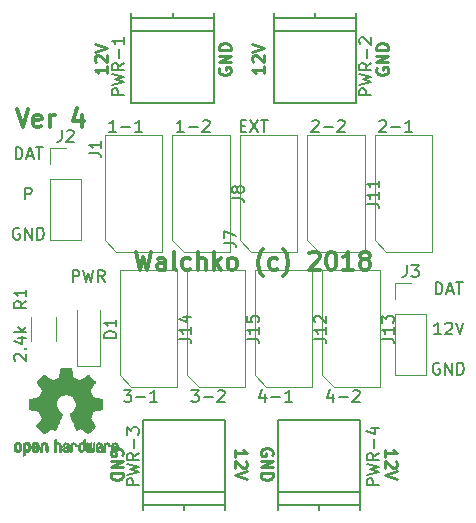
<source format=gbr>
G04 #@! TF.FileFunction,Legend,Top*
%FSLAX46Y46*%
G04 Gerber Fmt 4.6, Leading zero omitted, Abs format (unit mm)*
G04 Created by KiCad (PCBNEW 4.0.7) date 04/10/18 14:29:16*
%MOMM*%
%LPD*%
G01*
G04 APERTURE LIST*
%ADD10C,0.100000*%
%ADD11C,0.200000*%
%ADD12C,0.250000*%
%ADD13C,0.300000*%
%ADD14C,0.120000*%
%ADD15C,0.150000*%
%ADD16C,0.010000*%
G04 APERTURE END LIST*
D10*
D11*
X145613571Y-82142381D02*
X145613571Y-81142381D01*
X145851666Y-81142381D01*
X145994524Y-81190000D01*
X146089762Y-81285238D01*
X146137381Y-81380476D01*
X146185000Y-81570952D01*
X146185000Y-81713810D01*
X146137381Y-81904286D01*
X146089762Y-81999524D01*
X145994524Y-82094762D01*
X145851666Y-82142381D01*
X145613571Y-82142381D01*
X146565952Y-81856667D02*
X147042143Y-81856667D01*
X146470714Y-82142381D02*
X146804047Y-81142381D01*
X147137381Y-82142381D01*
X147327857Y-81142381D02*
X147899286Y-81142381D01*
X147613571Y-82142381D02*
X147613571Y-81142381D01*
X146065953Y-85542381D02*
X145494524Y-85542381D01*
X145780238Y-85542381D02*
X145780238Y-84542381D01*
X145685000Y-84685238D01*
X145589762Y-84780476D01*
X145494524Y-84828095D01*
X146446905Y-84637619D02*
X146494524Y-84590000D01*
X146589762Y-84542381D01*
X146827858Y-84542381D01*
X146923096Y-84590000D01*
X146970715Y-84637619D01*
X147018334Y-84732857D01*
X147018334Y-84828095D01*
X146970715Y-84970952D01*
X146399286Y-85542381D01*
X147018334Y-85542381D01*
X147304048Y-84542381D02*
X147637381Y-85542381D01*
X147970715Y-84542381D01*
X145923096Y-87990000D02*
X145827858Y-87942381D01*
X145685001Y-87942381D01*
X145542143Y-87990000D01*
X145446905Y-88085238D01*
X145399286Y-88180476D01*
X145351667Y-88370952D01*
X145351667Y-88513810D01*
X145399286Y-88704286D01*
X145446905Y-88799524D01*
X145542143Y-88894762D01*
X145685001Y-88942381D01*
X145780239Y-88942381D01*
X145923096Y-88894762D01*
X145970715Y-88847143D01*
X145970715Y-88513810D01*
X145780239Y-88513810D01*
X146399286Y-88942381D02*
X146399286Y-87942381D01*
X146970715Y-88942381D01*
X146970715Y-87942381D01*
X147446905Y-88942381D02*
X147446905Y-87942381D01*
X147685000Y-87942381D01*
X147827858Y-87990000D01*
X147923096Y-88085238D01*
X147970715Y-88180476D01*
X148018334Y-88370952D01*
X148018334Y-88513810D01*
X147970715Y-88704286D01*
X147923096Y-88799524D01*
X147827858Y-88894762D01*
X147685000Y-88942381D01*
X147446905Y-88942381D01*
D12*
X141322619Y-95900953D02*
X141322619Y-95329524D01*
X141322619Y-95615238D02*
X142322619Y-95615238D01*
X142179762Y-95520000D01*
X142084524Y-95424762D01*
X142036905Y-95329524D01*
X142227381Y-96281905D02*
X142275000Y-96329524D01*
X142322619Y-96424762D01*
X142322619Y-96662858D01*
X142275000Y-96758096D01*
X142227381Y-96805715D01*
X142132143Y-96853334D01*
X142036905Y-96853334D01*
X141894048Y-96805715D01*
X141322619Y-96234286D01*
X141322619Y-96853334D01*
X142322619Y-97139048D02*
X141322619Y-97472381D01*
X142322619Y-97805715D01*
X131775000Y-95758096D02*
X131822619Y-95662858D01*
X131822619Y-95520001D01*
X131775000Y-95377143D01*
X131679762Y-95281905D01*
X131584524Y-95234286D01*
X131394048Y-95186667D01*
X131251190Y-95186667D01*
X131060714Y-95234286D01*
X130965476Y-95281905D01*
X130870238Y-95377143D01*
X130822619Y-95520001D01*
X130822619Y-95615239D01*
X130870238Y-95758096D01*
X130917857Y-95805715D01*
X131251190Y-95805715D01*
X131251190Y-95615239D01*
X130822619Y-96234286D02*
X131822619Y-96234286D01*
X130822619Y-96805715D01*
X131822619Y-96805715D01*
X130822619Y-97281905D02*
X131822619Y-97281905D01*
X131822619Y-97520000D01*
X131775000Y-97662858D01*
X131679762Y-97758096D01*
X131584524Y-97805715D01*
X131394048Y-97853334D01*
X131251190Y-97853334D01*
X131060714Y-97805715D01*
X130965476Y-97758096D01*
X130870238Y-97662858D01*
X130822619Y-97520000D01*
X130822619Y-97281905D01*
X128622619Y-95900953D02*
X128622619Y-95329524D01*
X128622619Y-95615238D02*
X129622619Y-95615238D01*
X129479762Y-95520000D01*
X129384524Y-95424762D01*
X129336905Y-95329524D01*
X129527381Y-96281905D02*
X129575000Y-96329524D01*
X129622619Y-96424762D01*
X129622619Y-96662858D01*
X129575000Y-96758096D01*
X129527381Y-96805715D01*
X129432143Y-96853334D01*
X129336905Y-96853334D01*
X129194048Y-96805715D01*
X128622619Y-96234286D01*
X128622619Y-96853334D01*
X129622619Y-97139048D02*
X128622619Y-97472381D01*
X129622619Y-97805715D01*
X119075000Y-95758096D02*
X119122619Y-95662858D01*
X119122619Y-95520001D01*
X119075000Y-95377143D01*
X118979762Y-95281905D01*
X118884524Y-95234286D01*
X118694048Y-95186667D01*
X118551190Y-95186667D01*
X118360714Y-95234286D01*
X118265476Y-95281905D01*
X118170238Y-95377143D01*
X118122619Y-95520001D01*
X118122619Y-95615239D01*
X118170238Y-95758096D01*
X118217857Y-95805715D01*
X118551190Y-95805715D01*
X118551190Y-95615239D01*
X118122619Y-96234286D02*
X119122619Y-96234286D01*
X118122619Y-96805715D01*
X119122619Y-96805715D01*
X118122619Y-97281905D02*
X119122619Y-97281905D01*
X119122619Y-97520000D01*
X119075000Y-97662858D01*
X118979762Y-97758096D01*
X118884524Y-97805715D01*
X118694048Y-97853334D01*
X118551190Y-97853334D01*
X118360714Y-97805715D01*
X118265476Y-97758096D01*
X118170238Y-97662858D01*
X118122619Y-97520000D01*
X118122619Y-97281905D01*
X131092381Y-62849047D02*
X131092381Y-63420476D01*
X131092381Y-63134762D02*
X130092381Y-63134762D01*
X130235238Y-63230000D01*
X130330476Y-63325238D01*
X130378095Y-63420476D01*
X130187619Y-62468095D02*
X130140000Y-62420476D01*
X130092381Y-62325238D01*
X130092381Y-62087142D01*
X130140000Y-61991904D01*
X130187619Y-61944285D01*
X130282857Y-61896666D01*
X130378095Y-61896666D01*
X130520952Y-61944285D01*
X131092381Y-62515714D01*
X131092381Y-61896666D01*
X130092381Y-61610952D02*
X131092381Y-61277619D01*
X130092381Y-60944285D01*
X140640000Y-62991904D02*
X140592381Y-63087142D01*
X140592381Y-63229999D01*
X140640000Y-63372857D01*
X140735238Y-63468095D01*
X140830476Y-63515714D01*
X141020952Y-63563333D01*
X141163810Y-63563333D01*
X141354286Y-63515714D01*
X141449524Y-63468095D01*
X141544762Y-63372857D01*
X141592381Y-63229999D01*
X141592381Y-63134761D01*
X141544762Y-62991904D01*
X141497143Y-62944285D01*
X141163810Y-62944285D01*
X141163810Y-63134761D01*
X141592381Y-62515714D02*
X140592381Y-62515714D01*
X141592381Y-61944285D01*
X140592381Y-61944285D01*
X141592381Y-61468095D02*
X140592381Y-61468095D01*
X140592381Y-61230000D01*
X140640000Y-61087142D01*
X140735238Y-60991904D01*
X140830476Y-60944285D01*
X141020952Y-60896666D01*
X141163810Y-60896666D01*
X141354286Y-60944285D01*
X141449524Y-60991904D01*
X141544762Y-61087142D01*
X141592381Y-61230000D01*
X141592381Y-61468095D01*
D13*
X110137144Y-66488571D02*
X110637144Y-67988571D01*
X111137144Y-66488571D01*
X112208572Y-67917143D02*
X112065715Y-67988571D01*
X111780001Y-67988571D01*
X111637144Y-67917143D01*
X111565715Y-67774286D01*
X111565715Y-67202857D01*
X111637144Y-67060000D01*
X111780001Y-66988571D01*
X112065715Y-66988571D01*
X112208572Y-67060000D01*
X112280001Y-67202857D01*
X112280001Y-67345714D01*
X111565715Y-67488571D01*
X112922858Y-67988571D02*
X112922858Y-66988571D01*
X112922858Y-67274286D02*
X112994286Y-67131429D01*
X113065715Y-67060000D01*
X113208572Y-66988571D01*
X113351429Y-66988571D01*
X115637143Y-66988571D02*
X115637143Y-67988571D01*
X115280000Y-66417143D02*
X114922857Y-67488571D01*
X115851429Y-67488571D01*
D11*
X110053571Y-70712381D02*
X110053571Y-69712381D01*
X110291666Y-69712381D01*
X110434524Y-69760000D01*
X110529762Y-69855238D01*
X110577381Y-69950476D01*
X110625000Y-70140952D01*
X110625000Y-70283810D01*
X110577381Y-70474286D01*
X110529762Y-70569524D01*
X110434524Y-70664762D01*
X110291666Y-70712381D01*
X110053571Y-70712381D01*
X111005952Y-70426667D02*
X111482143Y-70426667D01*
X110910714Y-70712381D02*
X111244047Y-69712381D01*
X111577381Y-70712381D01*
X111767857Y-69712381D02*
X112339286Y-69712381D01*
X112053571Y-70712381D02*
X112053571Y-69712381D01*
X110863095Y-74112381D02*
X110863095Y-73112381D01*
X111244048Y-73112381D01*
X111339286Y-73160000D01*
X111386905Y-73207619D01*
X111434524Y-73302857D01*
X111434524Y-73445714D01*
X111386905Y-73540952D01*
X111339286Y-73588571D01*
X111244048Y-73636190D01*
X110863095Y-73636190D01*
X110363096Y-76560000D02*
X110267858Y-76512381D01*
X110125001Y-76512381D01*
X109982143Y-76560000D01*
X109886905Y-76655238D01*
X109839286Y-76750476D01*
X109791667Y-76940952D01*
X109791667Y-77083810D01*
X109839286Y-77274286D01*
X109886905Y-77369524D01*
X109982143Y-77464762D01*
X110125001Y-77512381D01*
X110220239Y-77512381D01*
X110363096Y-77464762D01*
X110410715Y-77417143D01*
X110410715Y-77083810D01*
X110220239Y-77083810D01*
X110839286Y-77512381D02*
X110839286Y-76512381D01*
X111410715Y-77512381D01*
X111410715Y-76512381D01*
X111886905Y-77512381D02*
X111886905Y-76512381D01*
X112125000Y-76512381D01*
X112267858Y-76560000D01*
X112363096Y-76655238D01*
X112410715Y-76750476D01*
X112458334Y-76940952D01*
X112458334Y-77083810D01*
X112410715Y-77274286D01*
X112363096Y-77369524D01*
X112267858Y-77464762D01*
X112125000Y-77512381D01*
X111886905Y-77512381D01*
D12*
X117757381Y-62849047D02*
X117757381Y-63420476D01*
X117757381Y-63134762D02*
X116757381Y-63134762D01*
X116900238Y-63230000D01*
X116995476Y-63325238D01*
X117043095Y-63420476D01*
X116852619Y-62468095D02*
X116805000Y-62420476D01*
X116757381Y-62325238D01*
X116757381Y-62087142D01*
X116805000Y-61991904D01*
X116852619Y-61944285D01*
X116947857Y-61896666D01*
X117043095Y-61896666D01*
X117185952Y-61944285D01*
X117757381Y-62515714D01*
X117757381Y-61896666D01*
X116757381Y-61610952D02*
X117757381Y-61277619D01*
X116757381Y-60944285D01*
X127305000Y-62991904D02*
X127257381Y-63087142D01*
X127257381Y-63229999D01*
X127305000Y-63372857D01*
X127400238Y-63468095D01*
X127495476Y-63515714D01*
X127685952Y-63563333D01*
X127828810Y-63563333D01*
X128019286Y-63515714D01*
X128114524Y-63468095D01*
X128209762Y-63372857D01*
X128257381Y-63229999D01*
X128257381Y-63134761D01*
X128209762Y-62991904D01*
X128162143Y-62944285D01*
X127828810Y-62944285D01*
X127828810Y-63134761D01*
X128257381Y-62515714D02*
X127257381Y-62515714D01*
X128257381Y-61944285D01*
X127257381Y-61944285D01*
X128257381Y-61468095D02*
X127257381Y-61468095D01*
X127257381Y-61230000D01*
X127305000Y-61087142D01*
X127400238Y-60991904D01*
X127495476Y-60944285D01*
X127685952Y-60896666D01*
X127828810Y-60896666D01*
X128019286Y-60944285D01*
X128114524Y-60991904D01*
X128209762Y-61087142D01*
X128257381Y-61230000D01*
X128257381Y-61468095D01*
D13*
X120210716Y-78553571D02*
X120567859Y-80053571D01*
X120853573Y-78982143D01*
X121139287Y-80053571D01*
X121496430Y-78553571D01*
X122710716Y-80053571D02*
X122710716Y-79267857D01*
X122639287Y-79125000D01*
X122496430Y-79053571D01*
X122210716Y-79053571D01*
X122067859Y-79125000D01*
X122710716Y-79982143D02*
X122567859Y-80053571D01*
X122210716Y-80053571D01*
X122067859Y-79982143D01*
X121996430Y-79839286D01*
X121996430Y-79696429D01*
X122067859Y-79553571D01*
X122210716Y-79482143D01*
X122567859Y-79482143D01*
X122710716Y-79410714D01*
X123639288Y-80053571D02*
X123496430Y-79982143D01*
X123425002Y-79839286D01*
X123425002Y-78553571D01*
X124853573Y-79982143D02*
X124710716Y-80053571D01*
X124425002Y-80053571D01*
X124282144Y-79982143D01*
X124210716Y-79910714D01*
X124139287Y-79767857D01*
X124139287Y-79339286D01*
X124210716Y-79196429D01*
X124282144Y-79125000D01*
X124425002Y-79053571D01*
X124710716Y-79053571D01*
X124853573Y-79125000D01*
X125496430Y-80053571D02*
X125496430Y-78553571D01*
X126139287Y-80053571D02*
X126139287Y-79267857D01*
X126067858Y-79125000D01*
X125925001Y-79053571D01*
X125710716Y-79053571D01*
X125567858Y-79125000D01*
X125496430Y-79196429D01*
X126853573Y-80053571D02*
X126853573Y-78553571D01*
X126996430Y-79482143D02*
X127425001Y-80053571D01*
X127425001Y-79053571D02*
X126853573Y-79625000D01*
X128282145Y-80053571D02*
X128139287Y-79982143D01*
X128067859Y-79910714D01*
X127996430Y-79767857D01*
X127996430Y-79339286D01*
X128067859Y-79196429D01*
X128139287Y-79125000D01*
X128282145Y-79053571D01*
X128496430Y-79053571D01*
X128639287Y-79125000D01*
X128710716Y-79196429D01*
X128782145Y-79339286D01*
X128782145Y-79767857D01*
X128710716Y-79910714D01*
X128639287Y-79982143D01*
X128496430Y-80053571D01*
X128282145Y-80053571D01*
X130996430Y-80625000D02*
X130925002Y-80553571D01*
X130782145Y-80339286D01*
X130710716Y-80196429D01*
X130639287Y-79982143D01*
X130567859Y-79625000D01*
X130567859Y-79339286D01*
X130639287Y-78982143D01*
X130710716Y-78767857D01*
X130782145Y-78625000D01*
X130925002Y-78410714D01*
X130996430Y-78339286D01*
X132210716Y-79982143D02*
X132067859Y-80053571D01*
X131782145Y-80053571D01*
X131639287Y-79982143D01*
X131567859Y-79910714D01*
X131496430Y-79767857D01*
X131496430Y-79339286D01*
X131567859Y-79196429D01*
X131639287Y-79125000D01*
X131782145Y-79053571D01*
X132067859Y-79053571D01*
X132210716Y-79125000D01*
X132710716Y-80625000D02*
X132782144Y-80553571D01*
X132925001Y-80339286D01*
X132996430Y-80196429D01*
X133067859Y-79982143D01*
X133139287Y-79625000D01*
X133139287Y-79339286D01*
X133067859Y-78982143D01*
X132996430Y-78767857D01*
X132925001Y-78625000D01*
X132782144Y-78410714D01*
X132710716Y-78339286D01*
X134925001Y-78696429D02*
X134996430Y-78625000D01*
X135139287Y-78553571D01*
X135496430Y-78553571D01*
X135639287Y-78625000D01*
X135710716Y-78696429D01*
X135782144Y-78839286D01*
X135782144Y-78982143D01*
X135710716Y-79196429D01*
X134853573Y-80053571D01*
X135782144Y-80053571D01*
X136710715Y-78553571D02*
X136853572Y-78553571D01*
X136996429Y-78625000D01*
X137067858Y-78696429D01*
X137139287Y-78839286D01*
X137210715Y-79125000D01*
X137210715Y-79482143D01*
X137139287Y-79767857D01*
X137067858Y-79910714D01*
X136996429Y-79982143D01*
X136853572Y-80053571D01*
X136710715Y-80053571D01*
X136567858Y-79982143D01*
X136496429Y-79910714D01*
X136425001Y-79767857D01*
X136353572Y-79482143D01*
X136353572Y-79125000D01*
X136425001Y-78839286D01*
X136496429Y-78696429D01*
X136567858Y-78625000D01*
X136710715Y-78553571D01*
X138639286Y-80053571D02*
X137782143Y-80053571D01*
X138210715Y-80053571D02*
X138210715Y-78553571D01*
X138067858Y-78767857D01*
X137925000Y-78910714D01*
X137782143Y-78982143D01*
X139496429Y-79196429D02*
X139353571Y-79125000D01*
X139282143Y-79053571D01*
X139210714Y-78910714D01*
X139210714Y-78839286D01*
X139282143Y-78696429D01*
X139353571Y-78625000D01*
X139496429Y-78553571D01*
X139782143Y-78553571D01*
X139925000Y-78625000D01*
X139996429Y-78696429D01*
X140067857Y-78839286D01*
X140067857Y-78910714D01*
X139996429Y-79053571D01*
X139925000Y-79125000D01*
X139782143Y-79196429D01*
X139496429Y-79196429D01*
X139353571Y-79267857D01*
X139282143Y-79339286D01*
X139210714Y-79482143D01*
X139210714Y-79767857D01*
X139282143Y-79910714D01*
X139353571Y-79982143D01*
X139496429Y-80053571D01*
X139782143Y-80053571D01*
X139925000Y-79982143D01*
X139996429Y-79910714D01*
X140067857Y-79767857D01*
X140067857Y-79482143D01*
X139996429Y-79339286D01*
X139925000Y-79267857D01*
X139782143Y-79196429D01*
D14*
X115255000Y-88190000D02*
X117155000Y-88190000D01*
X117155000Y-88190000D02*
X117155000Y-83490000D01*
X115255000Y-88190000D02*
X115255000Y-83490000D01*
X117580000Y-77570000D02*
X118580000Y-78570000D01*
X122480000Y-68670000D02*
X117580000Y-68670000D01*
X117580000Y-68670000D02*
X117580000Y-77570000D01*
X118580000Y-78570000D02*
X122480000Y-78570000D01*
X122480000Y-78570000D02*
X122480000Y-68670000D01*
X129010000Y-77570000D02*
X130010000Y-78570000D01*
X133910000Y-68670000D02*
X129010000Y-68670000D01*
X129010000Y-68670000D02*
X129010000Y-77570000D01*
X130010000Y-78570000D02*
X133910000Y-78570000D01*
X133910000Y-78570000D02*
X133910000Y-68670000D01*
X112970000Y-77530000D02*
X115630000Y-77530000D01*
X112970000Y-72390000D02*
X112970000Y-77530000D01*
X115630000Y-72390000D02*
X115630000Y-77530000D01*
X112970000Y-72390000D02*
X115630000Y-72390000D01*
X112970000Y-71120000D02*
X112970000Y-69790000D01*
X112970000Y-69790000D02*
X114300000Y-69790000D01*
X142180000Y-88960000D02*
X144840000Y-88960000D01*
X142180000Y-83820000D02*
X142180000Y-88960000D01*
X144840000Y-83820000D02*
X144840000Y-88960000D01*
X142180000Y-83820000D02*
X144840000Y-83820000D01*
X142180000Y-82550000D02*
X142180000Y-81220000D01*
X142180000Y-81220000D02*
X143510000Y-81220000D01*
X123295000Y-77570000D02*
X124295000Y-78570000D01*
X128195000Y-68670000D02*
X123295000Y-68670000D01*
X123295000Y-68670000D02*
X123295000Y-77570000D01*
X124295000Y-78570000D02*
X128195000Y-78570000D01*
X128195000Y-78570000D02*
X128195000Y-68670000D01*
X140440000Y-77570000D02*
X141440000Y-78570000D01*
X145340000Y-68670000D02*
X140440000Y-68670000D01*
X140440000Y-68670000D02*
X140440000Y-77570000D01*
X141440000Y-78570000D02*
X145340000Y-78570000D01*
X145340000Y-78570000D02*
X145340000Y-68670000D01*
X134725000Y-77570000D02*
X135725000Y-78570000D01*
X139625000Y-68670000D02*
X134725000Y-68670000D01*
X134725000Y-68670000D02*
X134725000Y-77570000D01*
X135725000Y-78570000D02*
X139625000Y-78570000D01*
X139625000Y-78570000D02*
X139625000Y-68670000D01*
X113465000Y-84090000D02*
X113465000Y-86090000D01*
X111325000Y-86090000D02*
X111325000Y-84090000D01*
X130280000Y-89000000D02*
X131280000Y-90000000D01*
X135180000Y-80100000D02*
X130280000Y-80100000D01*
X130280000Y-80100000D02*
X130280000Y-89000000D01*
X131280000Y-90000000D02*
X135180000Y-90000000D01*
X135180000Y-90000000D02*
X135180000Y-80100000D01*
X135995000Y-89000000D02*
X136995000Y-90000000D01*
X140895000Y-80100000D02*
X135995000Y-80100000D01*
X135995000Y-80100000D02*
X135995000Y-89000000D01*
X136995000Y-90000000D02*
X140895000Y-90000000D01*
X140895000Y-90000000D02*
X140895000Y-80100000D01*
X118850000Y-89000000D02*
X119850000Y-90000000D01*
X123750000Y-80100000D02*
X118850000Y-80100000D01*
X118850000Y-80100000D02*
X118850000Y-89000000D01*
X119850000Y-90000000D02*
X123750000Y-90000000D01*
X123750000Y-90000000D02*
X123750000Y-80100000D01*
X124565000Y-89000000D02*
X125565000Y-90000000D01*
X129465000Y-80100000D02*
X124565000Y-80100000D01*
X124565000Y-80100000D02*
X124565000Y-89000000D01*
X125565000Y-90000000D02*
X129465000Y-90000000D01*
X129465000Y-90000000D02*
X129465000Y-80100000D01*
D15*
X135735000Y-99985000D02*
X135735000Y-100385000D01*
X132235000Y-98885000D02*
X139235000Y-98885000D01*
X132235000Y-99985000D02*
X139235000Y-99985000D01*
X132235000Y-92785000D02*
X132235000Y-100385000D01*
X139235000Y-100385000D02*
X139235000Y-92785000D01*
X139235000Y-92785000D02*
X132235000Y-92785000D01*
X124305000Y-99985000D02*
X124305000Y-100385000D01*
X120805000Y-98885000D02*
X127805000Y-98885000D01*
X120805000Y-99985000D02*
X127805000Y-99985000D01*
X120805000Y-92785000D02*
X120805000Y-100385000D01*
X127805000Y-100385000D02*
X127805000Y-92785000D01*
X127805000Y-92785000D02*
X120805000Y-92785000D01*
X123345000Y-58765000D02*
X123345000Y-58365000D01*
X126845000Y-59865000D02*
X119845000Y-59865000D01*
X126845000Y-58765000D02*
X119845000Y-58765000D01*
X126845000Y-65965000D02*
X126845000Y-58365000D01*
X119845000Y-58365000D02*
X119845000Y-65965000D01*
X119845000Y-65965000D02*
X126845000Y-65965000D01*
X135410000Y-58765000D02*
X135410000Y-58365000D01*
X138910000Y-59865000D02*
X131910000Y-59865000D01*
X138910000Y-58765000D02*
X131910000Y-58765000D01*
X138910000Y-65965000D02*
X138910000Y-58365000D01*
X131910000Y-58365000D02*
X131910000Y-65965000D01*
X131910000Y-65965000D02*
X138910000Y-65965000D01*
D16*
G36*
X111068886Y-94659505D02*
X111143539Y-94696727D01*
X111209431Y-94765261D01*
X111227577Y-94790648D01*
X111247345Y-94823866D01*
X111260172Y-94859945D01*
X111267510Y-94908098D01*
X111270813Y-94977536D01*
X111271538Y-95069206D01*
X111268263Y-95194830D01*
X111256877Y-95289154D01*
X111235041Y-95359523D01*
X111200419Y-95413286D01*
X111150670Y-95457788D01*
X111147014Y-95460423D01*
X111097985Y-95487377D01*
X111038945Y-95500712D01*
X110963859Y-95504000D01*
X110841795Y-95504000D01*
X110841744Y-95622497D01*
X110840608Y-95688492D01*
X110833686Y-95727202D01*
X110815598Y-95750419D01*
X110780962Y-95769933D01*
X110772645Y-95773920D01*
X110733720Y-95792603D01*
X110703583Y-95804403D01*
X110681174Y-95805422D01*
X110665433Y-95791761D01*
X110655302Y-95759522D01*
X110649723Y-95704804D01*
X110647635Y-95623711D01*
X110647981Y-95512344D01*
X110649700Y-95366802D01*
X110650237Y-95323269D01*
X110652172Y-95173205D01*
X110653904Y-95075042D01*
X110841692Y-95075042D01*
X110842748Y-95158364D01*
X110847438Y-95212880D01*
X110858051Y-95248837D01*
X110876872Y-95276482D01*
X110889650Y-95289965D01*
X110941890Y-95329417D01*
X110988142Y-95332628D01*
X111035867Y-95300049D01*
X111037077Y-95298846D01*
X111056494Y-95273668D01*
X111068307Y-95239447D01*
X111074265Y-95186748D01*
X111076120Y-95106131D01*
X111076154Y-95088271D01*
X111071670Y-94977175D01*
X111057074Y-94900161D01*
X111030650Y-94853147D01*
X110990683Y-94832050D01*
X110967584Y-94829923D01*
X110912762Y-94839900D01*
X110875158Y-94872752D01*
X110852523Y-94932857D01*
X110842606Y-95024598D01*
X110841692Y-95075042D01*
X110653904Y-95075042D01*
X110654222Y-95057060D01*
X110656873Y-94969679D01*
X110660606Y-94905905D01*
X110665907Y-94860582D01*
X110673258Y-94828555D01*
X110683143Y-94804668D01*
X110696046Y-94783764D01*
X110701579Y-94775898D01*
X110774969Y-94701595D01*
X110867760Y-94659467D01*
X110975096Y-94647722D01*
X111068886Y-94659505D01*
X111068886Y-94659505D01*
G37*
X111068886Y-94659505D02*
X111143539Y-94696727D01*
X111209431Y-94765261D01*
X111227577Y-94790648D01*
X111247345Y-94823866D01*
X111260172Y-94859945D01*
X111267510Y-94908098D01*
X111270813Y-94977536D01*
X111271538Y-95069206D01*
X111268263Y-95194830D01*
X111256877Y-95289154D01*
X111235041Y-95359523D01*
X111200419Y-95413286D01*
X111150670Y-95457788D01*
X111147014Y-95460423D01*
X111097985Y-95487377D01*
X111038945Y-95500712D01*
X110963859Y-95504000D01*
X110841795Y-95504000D01*
X110841744Y-95622497D01*
X110840608Y-95688492D01*
X110833686Y-95727202D01*
X110815598Y-95750419D01*
X110780962Y-95769933D01*
X110772645Y-95773920D01*
X110733720Y-95792603D01*
X110703583Y-95804403D01*
X110681174Y-95805422D01*
X110665433Y-95791761D01*
X110655302Y-95759522D01*
X110649723Y-95704804D01*
X110647635Y-95623711D01*
X110647981Y-95512344D01*
X110649700Y-95366802D01*
X110650237Y-95323269D01*
X110652172Y-95173205D01*
X110653904Y-95075042D01*
X110841692Y-95075042D01*
X110842748Y-95158364D01*
X110847438Y-95212880D01*
X110858051Y-95248837D01*
X110876872Y-95276482D01*
X110889650Y-95289965D01*
X110941890Y-95329417D01*
X110988142Y-95332628D01*
X111035867Y-95300049D01*
X111037077Y-95298846D01*
X111056494Y-95273668D01*
X111068307Y-95239447D01*
X111074265Y-95186748D01*
X111076120Y-95106131D01*
X111076154Y-95088271D01*
X111071670Y-94977175D01*
X111057074Y-94900161D01*
X111030650Y-94853147D01*
X110990683Y-94832050D01*
X110967584Y-94829923D01*
X110912762Y-94839900D01*
X110875158Y-94872752D01*
X110852523Y-94932857D01*
X110842606Y-95024598D01*
X110841692Y-95075042D01*
X110653904Y-95075042D01*
X110654222Y-95057060D01*
X110656873Y-94969679D01*
X110660606Y-94905905D01*
X110665907Y-94860582D01*
X110673258Y-94828555D01*
X110683143Y-94804668D01*
X110696046Y-94783764D01*
X110701579Y-94775898D01*
X110774969Y-94701595D01*
X110867760Y-94659467D01*
X110975096Y-94647722D01*
X111068886Y-94659505D01*
G36*
X112571664Y-94670089D02*
X112634367Y-94706358D01*
X112677961Y-94742358D01*
X112709845Y-94780075D01*
X112731810Y-94826199D01*
X112745649Y-94887421D01*
X112753153Y-94970431D01*
X112756117Y-95081919D01*
X112756461Y-95162062D01*
X112756461Y-95457065D01*
X112590385Y-95531515D01*
X112580615Y-95208402D01*
X112576579Y-95087729D01*
X112572344Y-95000141D01*
X112567097Y-94939650D01*
X112560025Y-94900268D01*
X112550311Y-94876007D01*
X112537144Y-94860880D01*
X112532919Y-94857606D01*
X112468909Y-94832034D01*
X112404208Y-94842153D01*
X112365692Y-94869000D01*
X112350025Y-94888024D01*
X112339180Y-94912988D01*
X112332288Y-94950834D01*
X112328479Y-95008502D01*
X112326883Y-95092935D01*
X112326615Y-95180928D01*
X112326563Y-95291323D01*
X112324672Y-95369463D01*
X112318345Y-95422165D01*
X112304983Y-95456242D01*
X112281985Y-95478511D01*
X112246754Y-95495787D01*
X112199697Y-95513738D01*
X112148303Y-95533278D01*
X112154421Y-95186485D01*
X112156884Y-95061468D01*
X112159767Y-94969082D01*
X112163898Y-94902881D01*
X112170107Y-94856420D01*
X112179226Y-94823256D01*
X112192083Y-94796944D01*
X112207584Y-94773729D01*
X112282371Y-94699569D01*
X112373628Y-94656684D01*
X112472883Y-94646412D01*
X112571664Y-94670089D01*
X112571664Y-94670089D01*
G37*
X112571664Y-94670089D02*
X112634367Y-94706358D01*
X112677961Y-94742358D01*
X112709845Y-94780075D01*
X112731810Y-94826199D01*
X112745649Y-94887421D01*
X112753153Y-94970431D01*
X112756117Y-95081919D01*
X112756461Y-95162062D01*
X112756461Y-95457065D01*
X112590385Y-95531515D01*
X112580615Y-95208402D01*
X112576579Y-95087729D01*
X112572344Y-95000141D01*
X112567097Y-94939650D01*
X112560025Y-94900268D01*
X112550311Y-94876007D01*
X112537144Y-94860880D01*
X112532919Y-94857606D01*
X112468909Y-94832034D01*
X112404208Y-94842153D01*
X112365692Y-94869000D01*
X112350025Y-94888024D01*
X112339180Y-94912988D01*
X112332288Y-94950834D01*
X112328479Y-95008502D01*
X112326883Y-95092935D01*
X112326615Y-95180928D01*
X112326563Y-95291323D01*
X112324672Y-95369463D01*
X112318345Y-95422165D01*
X112304983Y-95456242D01*
X112281985Y-95478511D01*
X112246754Y-95495787D01*
X112199697Y-95513738D01*
X112148303Y-95533278D01*
X112154421Y-95186485D01*
X112156884Y-95061468D01*
X112159767Y-94969082D01*
X112163898Y-94902881D01*
X112170107Y-94856420D01*
X112179226Y-94823256D01*
X112192083Y-94796944D01*
X112207584Y-94773729D01*
X112282371Y-94699569D01*
X112373628Y-94656684D01*
X112472883Y-94646412D01*
X112571664Y-94670089D01*
G36*
X110316886Y-94662256D02*
X110408464Y-94710409D01*
X110476049Y-94787905D01*
X110500057Y-94837727D01*
X110518738Y-94912533D01*
X110528301Y-95007052D01*
X110529208Y-95110210D01*
X110521921Y-95210935D01*
X110506903Y-95298153D01*
X110484615Y-95360791D01*
X110477765Y-95371579D01*
X110396632Y-95452105D01*
X110300266Y-95500336D01*
X110195701Y-95514450D01*
X110089968Y-95492629D01*
X110060543Y-95479547D01*
X110003241Y-95439231D01*
X109952950Y-95385775D01*
X109948197Y-95378995D01*
X109928878Y-95346321D01*
X109916108Y-95311394D01*
X109908564Y-95265414D01*
X109904924Y-95199584D01*
X109903865Y-95105105D01*
X109903846Y-95083923D01*
X109903894Y-95077182D01*
X110099231Y-95077182D01*
X110100368Y-95166349D01*
X110104841Y-95225520D01*
X110114246Y-95263741D01*
X110130176Y-95290053D01*
X110138308Y-95298846D01*
X110185058Y-95332261D01*
X110230447Y-95330737D01*
X110276340Y-95301752D01*
X110303712Y-95270809D01*
X110319923Y-95225643D01*
X110329026Y-95154420D01*
X110329651Y-95146114D01*
X110331204Y-95017037D01*
X110314965Y-94921172D01*
X110281152Y-94859107D01*
X110229984Y-94831432D01*
X110211720Y-94829923D01*
X110163760Y-94837513D01*
X110130953Y-94863808D01*
X110110895Y-94914095D01*
X110101178Y-94993664D01*
X110099231Y-95077182D01*
X109903894Y-95077182D01*
X109904574Y-94983249D01*
X109907629Y-94912906D01*
X109914322Y-94864163D01*
X109925960Y-94828288D01*
X109943853Y-94796548D01*
X109947808Y-94790648D01*
X110014267Y-94711104D01*
X110086685Y-94664929D01*
X110174849Y-94646599D01*
X110204787Y-94645703D01*
X110316886Y-94662256D01*
X110316886Y-94662256D01*
G37*
X110316886Y-94662256D02*
X110408464Y-94710409D01*
X110476049Y-94787905D01*
X110500057Y-94837727D01*
X110518738Y-94912533D01*
X110528301Y-95007052D01*
X110529208Y-95110210D01*
X110521921Y-95210935D01*
X110506903Y-95298153D01*
X110484615Y-95360791D01*
X110477765Y-95371579D01*
X110396632Y-95452105D01*
X110300266Y-95500336D01*
X110195701Y-95514450D01*
X110089968Y-95492629D01*
X110060543Y-95479547D01*
X110003241Y-95439231D01*
X109952950Y-95385775D01*
X109948197Y-95378995D01*
X109928878Y-95346321D01*
X109916108Y-95311394D01*
X109908564Y-95265414D01*
X109904924Y-95199584D01*
X109903865Y-95105105D01*
X109903846Y-95083923D01*
X109903894Y-95077182D01*
X110099231Y-95077182D01*
X110100368Y-95166349D01*
X110104841Y-95225520D01*
X110114246Y-95263741D01*
X110130176Y-95290053D01*
X110138308Y-95298846D01*
X110185058Y-95332261D01*
X110230447Y-95330737D01*
X110276340Y-95301752D01*
X110303712Y-95270809D01*
X110319923Y-95225643D01*
X110329026Y-95154420D01*
X110329651Y-95146114D01*
X110331204Y-95017037D01*
X110314965Y-94921172D01*
X110281152Y-94859107D01*
X110229984Y-94831432D01*
X110211720Y-94829923D01*
X110163760Y-94837513D01*
X110130953Y-94863808D01*
X110110895Y-94914095D01*
X110101178Y-94993664D01*
X110099231Y-95077182D01*
X109903894Y-95077182D01*
X109904574Y-94983249D01*
X109907629Y-94912906D01*
X109914322Y-94864163D01*
X109925960Y-94828288D01*
X109943853Y-94796548D01*
X109947808Y-94790648D01*
X110014267Y-94711104D01*
X110086685Y-94664929D01*
X110174849Y-94646599D01*
X110204787Y-94645703D01*
X110316886Y-94662256D01*
G36*
X111834254Y-94674745D02*
X111911286Y-94726567D01*
X111970816Y-94801412D01*
X112006378Y-94896654D01*
X112013571Y-94966756D01*
X112012754Y-94996009D01*
X112005914Y-95018407D01*
X111987112Y-95038474D01*
X111950408Y-95060733D01*
X111889862Y-95089709D01*
X111799534Y-95129927D01*
X111799077Y-95130129D01*
X111715933Y-95168210D01*
X111647753Y-95202025D01*
X111601505Y-95227933D01*
X111584158Y-95242295D01*
X111584154Y-95242411D01*
X111599443Y-95273685D01*
X111635196Y-95308157D01*
X111676242Y-95332990D01*
X111697037Y-95337923D01*
X111753770Y-95320862D01*
X111802627Y-95278133D01*
X111826465Y-95231155D01*
X111849397Y-95196522D01*
X111894318Y-95157081D01*
X111947123Y-95123009D01*
X111993710Y-95104480D01*
X112003452Y-95103462D01*
X112014418Y-95120215D01*
X112015079Y-95163039D01*
X112007020Y-95220781D01*
X111991827Y-95282289D01*
X111971086Y-95336409D01*
X111970038Y-95338510D01*
X111907621Y-95425660D01*
X111826726Y-95484939D01*
X111734856Y-95514034D01*
X111639513Y-95510634D01*
X111548198Y-95472428D01*
X111544138Y-95469741D01*
X111472306Y-95404642D01*
X111425073Y-95319705D01*
X111398934Y-95208021D01*
X111395426Y-95176643D01*
X111389213Y-95028536D01*
X111396661Y-94959468D01*
X111584154Y-94959468D01*
X111586590Y-95002552D01*
X111599914Y-95015126D01*
X111633132Y-95005719D01*
X111685494Y-94983483D01*
X111744024Y-94955610D01*
X111745479Y-94954872D01*
X111795089Y-94928777D01*
X111815000Y-94911363D01*
X111810090Y-94893107D01*
X111789416Y-94869120D01*
X111736819Y-94834406D01*
X111680177Y-94831856D01*
X111629369Y-94857119D01*
X111594276Y-94905847D01*
X111584154Y-94959468D01*
X111396661Y-94959468D01*
X111401992Y-94910036D01*
X111434778Y-94816055D01*
X111480421Y-94750215D01*
X111562802Y-94683681D01*
X111653546Y-94650676D01*
X111746185Y-94648573D01*
X111834254Y-94674745D01*
X111834254Y-94674745D01*
G37*
X111834254Y-94674745D02*
X111911286Y-94726567D01*
X111970816Y-94801412D01*
X112006378Y-94896654D01*
X112013571Y-94966756D01*
X112012754Y-94996009D01*
X112005914Y-95018407D01*
X111987112Y-95038474D01*
X111950408Y-95060733D01*
X111889862Y-95089709D01*
X111799534Y-95129927D01*
X111799077Y-95130129D01*
X111715933Y-95168210D01*
X111647753Y-95202025D01*
X111601505Y-95227933D01*
X111584158Y-95242295D01*
X111584154Y-95242411D01*
X111599443Y-95273685D01*
X111635196Y-95308157D01*
X111676242Y-95332990D01*
X111697037Y-95337923D01*
X111753770Y-95320862D01*
X111802627Y-95278133D01*
X111826465Y-95231155D01*
X111849397Y-95196522D01*
X111894318Y-95157081D01*
X111947123Y-95123009D01*
X111993710Y-95104480D01*
X112003452Y-95103462D01*
X112014418Y-95120215D01*
X112015079Y-95163039D01*
X112007020Y-95220781D01*
X111991827Y-95282289D01*
X111971086Y-95336409D01*
X111970038Y-95338510D01*
X111907621Y-95425660D01*
X111826726Y-95484939D01*
X111734856Y-95514034D01*
X111639513Y-95510634D01*
X111548198Y-95472428D01*
X111544138Y-95469741D01*
X111472306Y-95404642D01*
X111425073Y-95319705D01*
X111398934Y-95208021D01*
X111395426Y-95176643D01*
X111389213Y-95028536D01*
X111396661Y-94959468D01*
X111584154Y-94959468D01*
X111586590Y-95002552D01*
X111599914Y-95015126D01*
X111633132Y-95005719D01*
X111685494Y-94983483D01*
X111744024Y-94955610D01*
X111745479Y-94954872D01*
X111795089Y-94928777D01*
X111815000Y-94911363D01*
X111810090Y-94893107D01*
X111789416Y-94869120D01*
X111736819Y-94834406D01*
X111680177Y-94831856D01*
X111629369Y-94857119D01*
X111594276Y-94905847D01*
X111584154Y-94959468D01*
X111396661Y-94959468D01*
X111401992Y-94910036D01*
X111434778Y-94816055D01*
X111480421Y-94750215D01*
X111562802Y-94683681D01*
X111653546Y-94650676D01*
X111746185Y-94648573D01*
X111834254Y-94674745D01*
G36*
X113459846Y-94567120D02*
X113465572Y-94646980D01*
X113472149Y-94694039D01*
X113481262Y-94714566D01*
X113494598Y-94714829D01*
X113498923Y-94712378D01*
X113556444Y-94694636D01*
X113631268Y-94695672D01*
X113707339Y-94713910D01*
X113754918Y-94737505D01*
X113803702Y-94775198D01*
X113839364Y-94817855D01*
X113863845Y-94872057D01*
X113879087Y-94944384D01*
X113887030Y-95041419D01*
X113889616Y-95169742D01*
X113889662Y-95194358D01*
X113889692Y-95470870D01*
X113828161Y-95492320D01*
X113784459Y-95506912D01*
X113760482Y-95513706D01*
X113759777Y-95513769D01*
X113757415Y-95495345D01*
X113755406Y-95444526D01*
X113753901Y-95367993D01*
X113753053Y-95272430D01*
X113752923Y-95214329D01*
X113752651Y-95099771D01*
X113751252Y-95017667D01*
X113747849Y-94961393D01*
X113741567Y-94924326D01*
X113731529Y-94899844D01*
X113716861Y-94881325D01*
X113707702Y-94872406D01*
X113644789Y-94836466D01*
X113576136Y-94833775D01*
X113513848Y-94864170D01*
X113502329Y-94875144D01*
X113485433Y-94895779D01*
X113473714Y-94920256D01*
X113466233Y-94955647D01*
X113462054Y-95009026D01*
X113460237Y-95087466D01*
X113459846Y-95195617D01*
X113459846Y-95470870D01*
X113398315Y-95492320D01*
X113354613Y-95506912D01*
X113330636Y-95513706D01*
X113329930Y-95513769D01*
X113328126Y-95495069D01*
X113326500Y-95442322D01*
X113325117Y-95360557D01*
X113324042Y-95254805D01*
X113323340Y-95130094D01*
X113323077Y-94991455D01*
X113323077Y-94456806D01*
X113450077Y-94403236D01*
X113459846Y-94567120D01*
X113459846Y-94567120D01*
G37*
X113459846Y-94567120D02*
X113465572Y-94646980D01*
X113472149Y-94694039D01*
X113481262Y-94714566D01*
X113494598Y-94714829D01*
X113498923Y-94712378D01*
X113556444Y-94694636D01*
X113631268Y-94695672D01*
X113707339Y-94713910D01*
X113754918Y-94737505D01*
X113803702Y-94775198D01*
X113839364Y-94817855D01*
X113863845Y-94872057D01*
X113879087Y-94944384D01*
X113887030Y-95041419D01*
X113889616Y-95169742D01*
X113889662Y-95194358D01*
X113889692Y-95470870D01*
X113828161Y-95492320D01*
X113784459Y-95506912D01*
X113760482Y-95513706D01*
X113759777Y-95513769D01*
X113757415Y-95495345D01*
X113755406Y-95444526D01*
X113753901Y-95367993D01*
X113753053Y-95272430D01*
X113752923Y-95214329D01*
X113752651Y-95099771D01*
X113751252Y-95017667D01*
X113747849Y-94961393D01*
X113741567Y-94924326D01*
X113731529Y-94899844D01*
X113716861Y-94881325D01*
X113707702Y-94872406D01*
X113644789Y-94836466D01*
X113576136Y-94833775D01*
X113513848Y-94864170D01*
X113502329Y-94875144D01*
X113485433Y-94895779D01*
X113473714Y-94920256D01*
X113466233Y-94955647D01*
X113462054Y-95009026D01*
X113460237Y-95087466D01*
X113459846Y-95195617D01*
X113459846Y-95470870D01*
X113398315Y-95492320D01*
X113354613Y-95506912D01*
X113330636Y-95513706D01*
X113329930Y-95513769D01*
X113328126Y-95495069D01*
X113326500Y-95442322D01*
X113325117Y-95360557D01*
X113324042Y-95254805D01*
X113323340Y-95130094D01*
X113323077Y-94991455D01*
X113323077Y-94456806D01*
X113450077Y-94403236D01*
X113459846Y-94567120D01*
G36*
X114353501Y-94701303D02*
X114430060Y-94729733D01*
X114430936Y-94730279D01*
X114478285Y-94765127D01*
X114513241Y-94805852D01*
X114537825Y-94858925D01*
X114554062Y-94930814D01*
X114563975Y-95027992D01*
X114569586Y-95156928D01*
X114570077Y-95175298D01*
X114577141Y-95452287D01*
X114517695Y-95483028D01*
X114474681Y-95503802D01*
X114448710Y-95513646D01*
X114447509Y-95513769D01*
X114443014Y-95495606D01*
X114439444Y-95446612D01*
X114437248Y-95375031D01*
X114436769Y-95317068D01*
X114436758Y-95223170D01*
X114432466Y-95164203D01*
X114417503Y-95136079D01*
X114385482Y-95134706D01*
X114330014Y-95155998D01*
X114246269Y-95195136D01*
X114184689Y-95227643D01*
X114153017Y-95255845D01*
X114143706Y-95286582D01*
X114143692Y-95288104D01*
X114159057Y-95341054D01*
X114204547Y-95369660D01*
X114274166Y-95373803D01*
X114324313Y-95373084D01*
X114350754Y-95387527D01*
X114367243Y-95422218D01*
X114376733Y-95466416D01*
X114363057Y-95491493D01*
X114357907Y-95495082D01*
X114309425Y-95509496D01*
X114241531Y-95511537D01*
X114171612Y-95501983D01*
X114122068Y-95484522D01*
X114053570Y-95426364D01*
X114014634Y-95345408D01*
X114006923Y-95282160D01*
X114012807Y-95225111D01*
X114034101Y-95178542D01*
X114076265Y-95137181D01*
X114144759Y-95095755D01*
X114245044Y-95048993D01*
X114251154Y-95046350D01*
X114341490Y-95004617D01*
X114397235Y-94970391D01*
X114421129Y-94939635D01*
X114415913Y-94908311D01*
X114384328Y-94872383D01*
X114374883Y-94864116D01*
X114311617Y-94832058D01*
X114246064Y-94833407D01*
X114188972Y-94864838D01*
X114151093Y-94923024D01*
X114147574Y-94934446D01*
X114113300Y-94989837D01*
X114069809Y-95016518D01*
X114006923Y-95042960D01*
X114006923Y-94974548D01*
X114026052Y-94875110D01*
X114082831Y-94783902D01*
X114112378Y-94753389D01*
X114179542Y-94714228D01*
X114264956Y-94696500D01*
X114353501Y-94701303D01*
X114353501Y-94701303D01*
G37*
X114353501Y-94701303D02*
X114430060Y-94729733D01*
X114430936Y-94730279D01*
X114478285Y-94765127D01*
X114513241Y-94805852D01*
X114537825Y-94858925D01*
X114554062Y-94930814D01*
X114563975Y-95027992D01*
X114569586Y-95156928D01*
X114570077Y-95175298D01*
X114577141Y-95452287D01*
X114517695Y-95483028D01*
X114474681Y-95503802D01*
X114448710Y-95513646D01*
X114447509Y-95513769D01*
X114443014Y-95495606D01*
X114439444Y-95446612D01*
X114437248Y-95375031D01*
X114436769Y-95317068D01*
X114436758Y-95223170D01*
X114432466Y-95164203D01*
X114417503Y-95136079D01*
X114385482Y-95134706D01*
X114330014Y-95155998D01*
X114246269Y-95195136D01*
X114184689Y-95227643D01*
X114153017Y-95255845D01*
X114143706Y-95286582D01*
X114143692Y-95288104D01*
X114159057Y-95341054D01*
X114204547Y-95369660D01*
X114274166Y-95373803D01*
X114324313Y-95373084D01*
X114350754Y-95387527D01*
X114367243Y-95422218D01*
X114376733Y-95466416D01*
X114363057Y-95491493D01*
X114357907Y-95495082D01*
X114309425Y-95509496D01*
X114241531Y-95511537D01*
X114171612Y-95501983D01*
X114122068Y-95484522D01*
X114053570Y-95426364D01*
X114014634Y-95345408D01*
X114006923Y-95282160D01*
X114012807Y-95225111D01*
X114034101Y-95178542D01*
X114076265Y-95137181D01*
X114144759Y-95095755D01*
X114245044Y-95048993D01*
X114251154Y-95046350D01*
X114341490Y-95004617D01*
X114397235Y-94970391D01*
X114421129Y-94939635D01*
X114415913Y-94908311D01*
X114384328Y-94872383D01*
X114374883Y-94864116D01*
X114311617Y-94832058D01*
X114246064Y-94833407D01*
X114188972Y-94864838D01*
X114151093Y-94923024D01*
X114147574Y-94934446D01*
X114113300Y-94989837D01*
X114069809Y-95016518D01*
X114006923Y-95042960D01*
X114006923Y-94974548D01*
X114026052Y-94875110D01*
X114082831Y-94783902D01*
X114112378Y-94753389D01*
X114179542Y-94714228D01*
X114264956Y-94696500D01*
X114353501Y-94701303D01*
G36*
X115013362Y-94699670D02*
X115102117Y-94732421D01*
X115174022Y-94790350D01*
X115202144Y-94831128D01*
X115232802Y-94905954D01*
X115232165Y-94960058D01*
X115199987Y-94996446D01*
X115188081Y-95002633D01*
X115136675Y-95021925D01*
X115110422Y-95016982D01*
X115101530Y-94984587D01*
X115101077Y-94966692D01*
X115084797Y-94900859D01*
X115042365Y-94854807D01*
X114983388Y-94832564D01*
X114917475Y-94838161D01*
X114863895Y-94867229D01*
X114845798Y-94883810D01*
X114832971Y-94903925D01*
X114824306Y-94934332D01*
X114818696Y-94981788D01*
X114815035Y-95053050D01*
X114812215Y-95154875D01*
X114811484Y-95187115D01*
X114808820Y-95297410D01*
X114805792Y-95375036D01*
X114801250Y-95426396D01*
X114794046Y-95457890D01*
X114783033Y-95475920D01*
X114767060Y-95486888D01*
X114756834Y-95491733D01*
X114713406Y-95508301D01*
X114687842Y-95513769D01*
X114679395Y-95495507D01*
X114674239Y-95440296D01*
X114672346Y-95347499D01*
X114673689Y-95216478D01*
X114674107Y-95196269D01*
X114677058Y-95076733D01*
X114680548Y-94989449D01*
X114685514Y-94927591D01*
X114692893Y-94884336D01*
X114703624Y-94852860D01*
X114718645Y-94826339D01*
X114726502Y-94814975D01*
X114771553Y-94764692D01*
X114821940Y-94725581D01*
X114828108Y-94722167D01*
X114918458Y-94695212D01*
X115013362Y-94699670D01*
X115013362Y-94699670D01*
G37*
X115013362Y-94699670D02*
X115102117Y-94732421D01*
X115174022Y-94790350D01*
X115202144Y-94831128D01*
X115232802Y-94905954D01*
X115232165Y-94960058D01*
X115199987Y-94996446D01*
X115188081Y-95002633D01*
X115136675Y-95021925D01*
X115110422Y-95016982D01*
X115101530Y-94984587D01*
X115101077Y-94966692D01*
X115084797Y-94900859D01*
X115042365Y-94854807D01*
X114983388Y-94832564D01*
X114917475Y-94838161D01*
X114863895Y-94867229D01*
X114845798Y-94883810D01*
X114832971Y-94903925D01*
X114824306Y-94934332D01*
X114818696Y-94981788D01*
X114815035Y-95053050D01*
X114812215Y-95154875D01*
X114811484Y-95187115D01*
X114808820Y-95297410D01*
X114805792Y-95375036D01*
X114801250Y-95426396D01*
X114794046Y-95457890D01*
X114783033Y-95475920D01*
X114767060Y-95486888D01*
X114756834Y-95491733D01*
X114713406Y-95508301D01*
X114687842Y-95513769D01*
X114679395Y-95495507D01*
X114674239Y-95440296D01*
X114672346Y-95347499D01*
X114673689Y-95216478D01*
X114674107Y-95196269D01*
X114677058Y-95076733D01*
X114680548Y-94989449D01*
X114685514Y-94927591D01*
X114692893Y-94884336D01*
X114703624Y-94852860D01*
X114718645Y-94826339D01*
X114726502Y-94814975D01*
X114771553Y-94764692D01*
X114821940Y-94725581D01*
X114828108Y-94722167D01*
X114918458Y-94695212D01*
X115013362Y-94699670D01*
G36*
X115902081Y-94855289D02*
X115901833Y-95001320D01*
X115900872Y-95113655D01*
X115898794Y-95197678D01*
X115895193Y-95258769D01*
X115889665Y-95302309D01*
X115881804Y-95333679D01*
X115871207Y-95358262D01*
X115863182Y-95372294D01*
X115796728Y-95448388D01*
X115712470Y-95496084D01*
X115619249Y-95513199D01*
X115525900Y-95497546D01*
X115470312Y-95469418D01*
X115411957Y-95420760D01*
X115372186Y-95361333D01*
X115348190Y-95283507D01*
X115337161Y-95179652D01*
X115335599Y-95103462D01*
X115335809Y-95097986D01*
X115472308Y-95097986D01*
X115473141Y-95185355D01*
X115476961Y-95243192D01*
X115485746Y-95281029D01*
X115501474Y-95308398D01*
X115520266Y-95329042D01*
X115583375Y-95368890D01*
X115651137Y-95372295D01*
X115715179Y-95339025D01*
X115720164Y-95334517D01*
X115741439Y-95311067D01*
X115754779Y-95283166D01*
X115762001Y-95241641D01*
X115764923Y-95177316D01*
X115765385Y-95106200D01*
X115764383Y-95016858D01*
X115760238Y-94957258D01*
X115751236Y-94918089D01*
X115735667Y-94890040D01*
X115722902Y-94875144D01*
X115663600Y-94837575D01*
X115595301Y-94833057D01*
X115530110Y-94861753D01*
X115517528Y-94872406D01*
X115496111Y-94896063D01*
X115482744Y-94924251D01*
X115475566Y-94966245D01*
X115472719Y-95031319D01*
X115472308Y-95097986D01*
X115335809Y-95097986D01*
X115340322Y-94980765D01*
X115356362Y-94888577D01*
X115386528Y-94819269D01*
X115433629Y-94765211D01*
X115470312Y-94737505D01*
X115536990Y-94707572D01*
X115614272Y-94693678D01*
X115686110Y-94697397D01*
X115726308Y-94712400D01*
X115742082Y-94716670D01*
X115752550Y-94700750D01*
X115759856Y-94658089D01*
X115765385Y-94593106D01*
X115771437Y-94520732D01*
X115779844Y-94477187D01*
X115795141Y-94452287D01*
X115821864Y-94435845D01*
X115838654Y-94428564D01*
X115902154Y-94401963D01*
X115902081Y-94855289D01*
X115902081Y-94855289D01*
G37*
X115902081Y-94855289D02*
X115901833Y-95001320D01*
X115900872Y-95113655D01*
X115898794Y-95197678D01*
X115895193Y-95258769D01*
X115889665Y-95302309D01*
X115881804Y-95333679D01*
X115871207Y-95358262D01*
X115863182Y-95372294D01*
X115796728Y-95448388D01*
X115712470Y-95496084D01*
X115619249Y-95513199D01*
X115525900Y-95497546D01*
X115470312Y-95469418D01*
X115411957Y-95420760D01*
X115372186Y-95361333D01*
X115348190Y-95283507D01*
X115337161Y-95179652D01*
X115335599Y-95103462D01*
X115335809Y-95097986D01*
X115472308Y-95097986D01*
X115473141Y-95185355D01*
X115476961Y-95243192D01*
X115485746Y-95281029D01*
X115501474Y-95308398D01*
X115520266Y-95329042D01*
X115583375Y-95368890D01*
X115651137Y-95372295D01*
X115715179Y-95339025D01*
X115720164Y-95334517D01*
X115741439Y-95311067D01*
X115754779Y-95283166D01*
X115762001Y-95241641D01*
X115764923Y-95177316D01*
X115765385Y-95106200D01*
X115764383Y-95016858D01*
X115760238Y-94957258D01*
X115751236Y-94918089D01*
X115735667Y-94890040D01*
X115722902Y-94875144D01*
X115663600Y-94837575D01*
X115595301Y-94833057D01*
X115530110Y-94861753D01*
X115517528Y-94872406D01*
X115496111Y-94896063D01*
X115482744Y-94924251D01*
X115475566Y-94966245D01*
X115472719Y-95031319D01*
X115472308Y-95097986D01*
X115335809Y-95097986D01*
X115340322Y-94980765D01*
X115356362Y-94888577D01*
X115386528Y-94819269D01*
X115433629Y-94765211D01*
X115470312Y-94737505D01*
X115536990Y-94707572D01*
X115614272Y-94693678D01*
X115686110Y-94697397D01*
X115726308Y-94712400D01*
X115742082Y-94716670D01*
X115752550Y-94700750D01*
X115759856Y-94658089D01*
X115765385Y-94593106D01*
X115771437Y-94520732D01*
X115779844Y-94477187D01*
X115795141Y-94452287D01*
X115821864Y-94435845D01*
X115838654Y-94428564D01*
X115902154Y-94401963D01*
X115902081Y-94855289D01*
G36*
X116695929Y-94711662D02*
X116698911Y-94763068D01*
X116701247Y-94841192D01*
X116702749Y-94939857D01*
X116703231Y-95043343D01*
X116703231Y-95393533D01*
X116641401Y-95455363D01*
X116598793Y-95493462D01*
X116561390Y-95508895D01*
X116510270Y-95507918D01*
X116489978Y-95505433D01*
X116426554Y-95498200D01*
X116374095Y-95494055D01*
X116361308Y-95493672D01*
X116318199Y-95496176D01*
X116256544Y-95502462D01*
X116232638Y-95505433D01*
X116173922Y-95510028D01*
X116134464Y-95500046D01*
X116095338Y-95469228D01*
X116081215Y-95455363D01*
X116019385Y-95393533D01*
X116019385Y-94738503D01*
X116069150Y-94715829D01*
X116112002Y-94699034D01*
X116137073Y-94693154D01*
X116143501Y-94711736D01*
X116149509Y-94763655D01*
X116154697Y-94843172D01*
X116158664Y-94944546D01*
X116160577Y-95030192D01*
X116165923Y-95367231D01*
X116212560Y-95373825D01*
X116254976Y-95369214D01*
X116275760Y-95354287D01*
X116281570Y-95326377D01*
X116286530Y-95266925D01*
X116290246Y-95183466D01*
X116292324Y-95083532D01*
X116292624Y-95032104D01*
X116292923Y-94736054D01*
X116354454Y-94714604D01*
X116398004Y-94700020D01*
X116421694Y-94693219D01*
X116422377Y-94693154D01*
X116424754Y-94711642D01*
X116427366Y-94762906D01*
X116429995Y-94840649D01*
X116432421Y-94938574D01*
X116434115Y-95030192D01*
X116439461Y-95367231D01*
X116556692Y-95367231D01*
X116562072Y-95059746D01*
X116567451Y-94752261D01*
X116624601Y-94722707D01*
X116666797Y-94702413D01*
X116691770Y-94693204D01*
X116692491Y-94693154D01*
X116695929Y-94711662D01*
X116695929Y-94711662D01*
G37*
X116695929Y-94711662D02*
X116698911Y-94763068D01*
X116701247Y-94841192D01*
X116702749Y-94939857D01*
X116703231Y-95043343D01*
X116703231Y-95393533D01*
X116641401Y-95455363D01*
X116598793Y-95493462D01*
X116561390Y-95508895D01*
X116510270Y-95507918D01*
X116489978Y-95505433D01*
X116426554Y-95498200D01*
X116374095Y-95494055D01*
X116361308Y-95493672D01*
X116318199Y-95496176D01*
X116256544Y-95502462D01*
X116232638Y-95505433D01*
X116173922Y-95510028D01*
X116134464Y-95500046D01*
X116095338Y-95469228D01*
X116081215Y-95455363D01*
X116019385Y-95393533D01*
X116019385Y-94738503D01*
X116069150Y-94715829D01*
X116112002Y-94699034D01*
X116137073Y-94693154D01*
X116143501Y-94711736D01*
X116149509Y-94763655D01*
X116154697Y-94843172D01*
X116158664Y-94944546D01*
X116160577Y-95030192D01*
X116165923Y-95367231D01*
X116212560Y-95373825D01*
X116254976Y-95369214D01*
X116275760Y-95354287D01*
X116281570Y-95326377D01*
X116286530Y-95266925D01*
X116290246Y-95183466D01*
X116292324Y-95083532D01*
X116292624Y-95032104D01*
X116292923Y-94736054D01*
X116354454Y-94714604D01*
X116398004Y-94700020D01*
X116421694Y-94693219D01*
X116422377Y-94693154D01*
X116424754Y-94711642D01*
X116427366Y-94762906D01*
X116429995Y-94840649D01*
X116432421Y-94938574D01*
X116434115Y-95030192D01*
X116439461Y-95367231D01*
X116556692Y-95367231D01*
X116562072Y-95059746D01*
X116567451Y-94752261D01*
X116624601Y-94722707D01*
X116666797Y-94702413D01*
X116691770Y-94693204D01*
X116692491Y-94693154D01*
X116695929Y-94711662D01*
G36*
X117187333Y-94708528D02*
X117243590Y-94734117D01*
X117287747Y-94765124D01*
X117320101Y-94799795D01*
X117342438Y-94844520D01*
X117356546Y-94905692D01*
X117364211Y-94989701D01*
X117367220Y-95102940D01*
X117367538Y-95177509D01*
X117367538Y-95468420D01*
X117317773Y-95491095D01*
X117278576Y-95507667D01*
X117259157Y-95513769D01*
X117255442Y-95495610D01*
X117252495Y-95446648D01*
X117250691Y-95375153D01*
X117250308Y-95318385D01*
X117248661Y-95236371D01*
X117244222Y-95171309D01*
X117237740Y-95131467D01*
X117232590Y-95123000D01*
X117197977Y-95131646D01*
X117143640Y-95153823D01*
X117080722Y-95183886D01*
X117020368Y-95216192D01*
X116973721Y-95245098D01*
X116951926Y-95264961D01*
X116951839Y-95265175D01*
X116953714Y-95301935D01*
X116970525Y-95337026D01*
X117000039Y-95365528D01*
X117043116Y-95375061D01*
X117079932Y-95373950D01*
X117132074Y-95373133D01*
X117159444Y-95385349D01*
X117175882Y-95417624D01*
X117177955Y-95423710D01*
X117185081Y-95469739D01*
X117166024Y-95497687D01*
X117116353Y-95511007D01*
X117062697Y-95513470D01*
X116966142Y-95495210D01*
X116916159Y-95469131D01*
X116854429Y-95407868D01*
X116821690Y-95332670D01*
X116818753Y-95253211D01*
X116846424Y-95179167D01*
X116888047Y-95132769D01*
X116929604Y-95106793D01*
X116994922Y-95073907D01*
X117071038Y-95040557D01*
X117083726Y-95035461D01*
X117167333Y-94998565D01*
X117215530Y-94966046D01*
X117231030Y-94933718D01*
X117216550Y-94897394D01*
X117191692Y-94869000D01*
X117132939Y-94834039D01*
X117068293Y-94831417D01*
X117009008Y-94858358D01*
X116966339Y-94912088D01*
X116960739Y-94925950D01*
X116928133Y-94976936D01*
X116880530Y-95014787D01*
X116820461Y-95045850D01*
X116820461Y-94957768D01*
X116823997Y-94903951D01*
X116839156Y-94861534D01*
X116872768Y-94816279D01*
X116905035Y-94781420D01*
X116955209Y-94732062D01*
X116994193Y-94705547D01*
X117036064Y-94694911D01*
X117083460Y-94693154D01*
X117187333Y-94708528D01*
X117187333Y-94708528D01*
G37*
X117187333Y-94708528D02*
X117243590Y-94734117D01*
X117287747Y-94765124D01*
X117320101Y-94799795D01*
X117342438Y-94844520D01*
X117356546Y-94905692D01*
X117364211Y-94989701D01*
X117367220Y-95102940D01*
X117367538Y-95177509D01*
X117367538Y-95468420D01*
X117317773Y-95491095D01*
X117278576Y-95507667D01*
X117259157Y-95513769D01*
X117255442Y-95495610D01*
X117252495Y-95446648D01*
X117250691Y-95375153D01*
X117250308Y-95318385D01*
X117248661Y-95236371D01*
X117244222Y-95171309D01*
X117237740Y-95131467D01*
X117232590Y-95123000D01*
X117197977Y-95131646D01*
X117143640Y-95153823D01*
X117080722Y-95183886D01*
X117020368Y-95216192D01*
X116973721Y-95245098D01*
X116951926Y-95264961D01*
X116951839Y-95265175D01*
X116953714Y-95301935D01*
X116970525Y-95337026D01*
X117000039Y-95365528D01*
X117043116Y-95375061D01*
X117079932Y-95373950D01*
X117132074Y-95373133D01*
X117159444Y-95385349D01*
X117175882Y-95417624D01*
X117177955Y-95423710D01*
X117185081Y-95469739D01*
X117166024Y-95497687D01*
X117116353Y-95511007D01*
X117062697Y-95513470D01*
X116966142Y-95495210D01*
X116916159Y-95469131D01*
X116854429Y-95407868D01*
X116821690Y-95332670D01*
X116818753Y-95253211D01*
X116846424Y-95179167D01*
X116888047Y-95132769D01*
X116929604Y-95106793D01*
X116994922Y-95073907D01*
X117071038Y-95040557D01*
X117083726Y-95035461D01*
X117167333Y-94998565D01*
X117215530Y-94966046D01*
X117231030Y-94933718D01*
X117216550Y-94897394D01*
X117191692Y-94869000D01*
X117132939Y-94834039D01*
X117068293Y-94831417D01*
X117009008Y-94858358D01*
X116966339Y-94912088D01*
X116960739Y-94925950D01*
X116928133Y-94976936D01*
X116880530Y-95014787D01*
X116820461Y-95045850D01*
X116820461Y-94957768D01*
X116823997Y-94903951D01*
X116839156Y-94861534D01*
X116872768Y-94816279D01*
X116905035Y-94781420D01*
X116955209Y-94732062D01*
X116994193Y-94705547D01*
X117036064Y-94694911D01*
X117083460Y-94693154D01*
X117187333Y-94708528D01*
G36*
X117870807Y-94711782D02*
X117894161Y-94721988D01*
X117949902Y-94766134D01*
X117997569Y-94829967D01*
X118027048Y-94898087D01*
X118031846Y-94931670D01*
X118015760Y-94978556D01*
X117980475Y-95003365D01*
X117942644Y-95018387D01*
X117925321Y-95021155D01*
X117916886Y-95001066D01*
X117900230Y-94957351D01*
X117892923Y-94937598D01*
X117851948Y-94869271D01*
X117792622Y-94835191D01*
X117716552Y-94836239D01*
X117710918Y-94837581D01*
X117670305Y-94856836D01*
X117640448Y-94894375D01*
X117620055Y-94954809D01*
X117607836Y-95042751D01*
X117602500Y-95162813D01*
X117602000Y-95226698D01*
X117601752Y-95327403D01*
X117600126Y-95396054D01*
X117595801Y-95439673D01*
X117587454Y-95465282D01*
X117573765Y-95479903D01*
X117553411Y-95490558D01*
X117552234Y-95491095D01*
X117513038Y-95507667D01*
X117493619Y-95513769D01*
X117490635Y-95495319D01*
X117488081Y-95444323D01*
X117486140Y-95367308D01*
X117484997Y-95270805D01*
X117484769Y-95200184D01*
X117485932Y-95063525D01*
X117490479Y-94959851D01*
X117499999Y-94883108D01*
X117516081Y-94827246D01*
X117540313Y-94786212D01*
X117574286Y-94753954D01*
X117607833Y-94731440D01*
X117688499Y-94701476D01*
X117782381Y-94694718D01*
X117870807Y-94711782D01*
X117870807Y-94711782D01*
G37*
X117870807Y-94711782D02*
X117894161Y-94721988D01*
X117949902Y-94766134D01*
X117997569Y-94829967D01*
X118027048Y-94898087D01*
X118031846Y-94931670D01*
X118015760Y-94978556D01*
X117980475Y-95003365D01*
X117942644Y-95018387D01*
X117925321Y-95021155D01*
X117916886Y-95001066D01*
X117900230Y-94957351D01*
X117892923Y-94937598D01*
X117851948Y-94869271D01*
X117792622Y-94835191D01*
X117716552Y-94836239D01*
X117710918Y-94837581D01*
X117670305Y-94856836D01*
X117640448Y-94894375D01*
X117620055Y-94954809D01*
X117607836Y-95042751D01*
X117602500Y-95162813D01*
X117602000Y-95226698D01*
X117601752Y-95327403D01*
X117600126Y-95396054D01*
X117595801Y-95439673D01*
X117587454Y-95465282D01*
X117573765Y-95479903D01*
X117553411Y-95490558D01*
X117552234Y-95491095D01*
X117513038Y-95507667D01*
X117493619Y-95513769D01*
X117490635Y-95495319D01*
X117488081Y-95444323D01*
X117486140Y-95367308D01*
X117484997Y-95270805D01*
X117484769Y-95200184D01*
X117485932Y-95063525D01*
X117490479Y-94959851D01*
X117499999Y-94883108D01*
X117516081Y-94827246D01*
X117540313Y-94786212D01*
X117574286Y-94753954D01*
X117607833Y-94731440D01*
X117688499Y-94701476D01*
X117782381Y-94694718D01*
X117870807Y-94711782D01*
G36*
X118545224Y-94722838D02*
X118622528Y-94773361D01*
X118659814Y-94818590D01*
X118689353Y-94900663D01*
X118691699Y-94965607D01*
X118686385Y-95052445D01*
X118486115Y-95140103D01*
X118388739Y-95184887D01*
X118325113Y-95220913D01*
X118292029Y-95252117D01*
X118286280Y-95282436D01*
X118304658Y-95315805D01*
X118324923Y-95337923D01*
X118383889Y-95373393D01*
X118448024Y-95375879D01*
X118506926Y-95348235D01*
X118550197Y-95293320D01*
X118557936Y-95273928D01*
X118595006Y-95213364D01*
X118637654Y-95187552D01*
X118696154Y-95165471D01*
X118696154Y-95249184D01*
X118690982Y-95306150D01*
X118670723Y-95354189D01*
X118628262Y-95409346D01*
X118621951Y-95416514D01*
X118574720Y-95465585D01*
X118534121Y-95491920D01*
X118483328Y-95504035D01*
X118441220Y-95508003D01*
X118365902Y-95508991D01*
X118312286Y-95496466D01*
X118278838Y-95477869D01*
X118226268Y-95436975D01*
X118189879Y-95392748D01*
X118166850Y-95337126D01*
X118154359Y-95262047D01*
X118149587Y-95159449D01*
X118149206Y-95107376D01*
X118150501Y-95044948D01*
X118268471Y-95044948D01*
X118269839Y-95078438D01*
X118273249Y-95083923D01*
X118295753Y-95076472D01*
X118344182Y-95056753D01*
X118408908Y-95028718D01*
X118422443Y-95022692D01*
X118504244Y-94981096D01*
X118549312Y-94944538D01*
X118559217Y-94910296D01*
X118535526Y-94875648D01*
X118515960Y-94860339D01*
X118445360Y-94829721D01*
X118379280Y-94834780D01*
X118323959Y-94872151D01*
X118285636Y-94938473D01*
X118273349Y-94991116D01*
X118268471Y-95044948D01*
X118150501Y-95044948D01*
X118151730Y-94985720D01*
X118161032Y-94895710D01*
X118179460Y-94830167D01*
X118209360Y-94781912D01*
X118253080Y-94743767D01*
X118272141Y-94731440D01*
X118358726Y-94699336D01*
X118453522Y-94697316D01*
X118545224Y-94722838D01*
X118545224Y-94722838D01*
G37*
X118545224Y-94722838D02*
X118622528Y-94773361D01*
X118659814Y-94818590D01*
X118689353Y-94900663D01*
X118691699Y-94965607D01*
X118686385Y-95052445D01*
X118486115Y-95140103D01*
X118388739Y-95184887D01*
X118325113Y-95220913D01*
X118292029Y-95252117D01*
X118286280Y-95282436D01*
X118304658Y-95315805D01*
X118324923Y-95337923D01*
X118383889Y-95373393D01*
X118448024Y-95375879D01*
X118506926Y-95348235D01*
X118550197Y-95293320D01*
X118557936Y-95273928D01*
X118595006Y-95213364D01*
X118637654Y-95187552D01*
X118696154Y-95165471D01*
X118696154Y-95249184D01*
X118690982Y-95306150D01*
X118670723Y-95354189D01*
X118628262Y-95409346D01*
X118621951Y-95416514D01*
X118574720Y-95465585D01*
X118534121Y-95491920D01*
X118483328Y-95504035D01*
X118441220Y-95508003D01*
X118365902Y-95508991D01*
X118312286Y-95496466D01*
X118278838Y-95477869D01*
X118226268Y-95436975D01*
X118189879Y-95392748D01*
X118166850Y-95337126D01*
X118154359Y-95262047D01*
X118149587Y-95159449D01*
X118149206Y-95107376D01*
X118150501Y-95044948D01*
X118268471Y-95044948D01*
X118269839Y-95078438D01*
X118273249Y-95083923D01*
X118295753Y-95076472D01*
X118344182Y-95056753D01*
X118408908Y-95028718D01*
X118422443Y-95022692D01*
X118504244Y-94981096D01*
X118549312Y-94944538D01*
X118559217Y-94910296D01*
X118535526Y-94875648D01*
X118515960Y-94860339D01*
X118445360Y-94829721D01*
X118379280Y-94834780D01*
X118323959Y-94872151D01*
X118285636Y-94938473D01*
X118273349Y-94991116D01*
X118268471Y-95044948D01*
X118150501Y-95044948D01*
X118151730Y-94985720D01*
X118161032Y-94895710D01*
X118179460Y-94830167D01*
X118209360Y-94781912D01*
X118253080Y-94743767D01*
X118272141Y-94731440D01*
X118358726Y-94699336D01*
X118453522Y-94697316D01*
X118545224Y-94722838D01*
G36*
X114439878Y-88362776D02*
X114545612Y-88363355D01*
X114622132Y-88364922D01*
X114674372Y-88367972D01*
X114707263Y-88372996D01*
X114725737Y-88380489D01*
X114734727Y-88390944D01*
X114739163Y-88404853D01*
X114739594Y-88406654D01*
X114746333Y-88439145D01*
X114758808Y-88503252D01*
X114775719Y-88592151D01*
X114795771Y-88699019D01*
X114817664Y-88817033D01*
X114818429Y-88821178D01*
X114840359Y-88936831D01*
X114860877Y-89039014D01*
X114878659Y-89121598D01*
X114892381Y-89178456D01*
X114900718Y-89203458D01*
X114901116Y-89203901D01*
X114925677Y-89216110D01*
X114976315Y-89236456D01*
X115042095Y-89260545D01*
X115042461Y-89260674D01*
X115125317Y-89291818D01*
X115223000Y-89331491D01*
X115315077Y-89371381D01*
X115319434Y-89373353D01*
X115469407Y-89441420D01*
X115801498Y-89214639D01*
X115903374Y-89145504D01*
X115995657Y-89083697D01*
X116073003Y-89032733D01*
X116130064Y-88996127D01*
X116161495Y-88977394D01*
X116164479Y-88976004D01*
X116187321Y-88982190D01*
X116229982Y-89012035D01*
X116294128Y-89066947D01*
X116381421Y-89148334D01*
X116470535Y-89234922D01*
X116556441Y-89320247D01*
X116633327Y-89398108D01*
X116696564Y-89463697D01*
X116741523Y-89512205D01*
X116763576Y-89538825D01*
X116764396Y-89540195D01*
X116766834Y-89558463D01*
X116757650Y-89588295D01*
X116734574Y-89633721D01*
X116695337Y-89698770D01*
X116637670Y-89787470D01*
X116560795Y-89901657D01*
X116492570Y-90002162D01*
X116431582Y-90092303D01*
X116381356Y-90166849D01*
X116345416Y-90220565D01*
X116327287Y-90248218D01*
X116326146Y-90250095D01*
X116328359Y-90276590D01*
X116345138Y-90328086D01*
X116373142Y-90394851D01*
X116383122Y-90416172D01*
X116426672Y-90511159D01*
X116473134Y-90618937D01*
X116510877Y-90712192D01*
X116538073Y-90781406D01*
X116559675Y-90834006D01*
X116572158Y-90861497D01*
X116573709Y-90863616D01*
X116596668Y-90867124D01*
X116650786Y-90876738D01*
X116728868Y-90891089D01*
X116823719Y-90908807D01*
X116928143Y-90928525D01*
X117034944Y-90948874D01*
X117136926Y-90968486D01*
X117226894Y-90985991D01*
X117297653Y-91000022D01*
X117342006Y-91009209D01*
X117352885Y-91011807D01*
X117364122Y-91018218D01*
X117372605Y-91032697D01*
X117378714Y-91060133D01*
X117382832Y-91105411D01*
X117385341Y-91173420D01*
X117386621Y-91269047D01*
X117387054Y-91397180D01*
X117387077Y-91449701D01*
X117387077Y-91876845D01*
X117284500Y-91897091D01*
X117227431Y-91908070D01*
X117142269Y-91924095D01*
X117039372Y-91943233D01*
X116929096Y-91963551D01*
X116898615Y-91969132D01*
X116796855Y-91988917D01*
X116708205Y-92008373D01*
X116640108Y-92025697D01*
X116600004Y-92039088D01*
X116593323Y-92043079D01*
X116576919Y-92071342D01*
X116553399Y-92126109D01*
X116527316Y-92196588D01*
X116522142Y-92211769D01*
X116487956Y-92305896D01*
X116445523Y-92412101D01*
X116403997Y-92507473D01*
X116403792Y-92507916D01*
X116334640Y-92657525D01*
X116789512Y-93326617D01*
X116497500Y-93619116D01*
X116409180Y-93706170D01*
X116328625Y-93782909D01*
X116260360Y-93845237D01*
X116208908Y-93889056D01*
X116178794Y-93910270D01*
X116174474Y-93911616D01*
X116149111Y-93901016D01*
X116097358Y-93871547D01*
X116024868Y-93826705D01*
X115937294Y-93769984D01*
X115842612Y-93706462D01*
X115746516Y-93641668D01*
X115660837Y-93585287D01*
X115591016Y-93540788D01*
X115542494Y-93511639D01*
X115520782Y-93501308D01*
X115494293Y-93510050D01*
X115444062Y-93533087D01*
X115380451Y-93565631D01*
X115373708Y-93569249D01*
X115288046Y-93612210D01*
X115229306Y-93633279D01*
X115192772Y-93633503D01*
X115173731Y-93613928D01*
X115173620Y-93613654D01*
X115164102Y-93590472D01*
X115141403Y-93535441D01*
X115107282Y-93452822D01*
X115063500Y-93346872D01*
X115011816Y-93221852D01*
X114953992Y-93082020D01*
X114897991Y-92946637D01*
X114836447Y-92797234D01*
X114779939Y-92658832D01*
X114730161Y-92535673D01*
X114688806Y-92432002D01*
X114657568Y-92352059D01*
X114638141Y-92300088D01*
X114632154Y-92280692D01*
X114647168Y-92258443D01*
X114686439Y-92222982D01*
X114738807Y-92183887D01*
X114887941Y-92060245D01*
X115004511Y-91918522D01*
X115087118Y-91761704D01*
X115134366Y-91592775D01*
X115144857Y-91414722D01*
X115137231Y-91332539D01*
X115095682Y-91162031D01*
X115024123Y-91011459D01*
X114926995Y-90882309D01*
X114808734Y-90776064D01*
X114673780Y-90694210D01*
X114526571Y-90638232D01*
X114371544Y-90609615D01*
X114213139Y-90609844D01*
X114055794Y-90640405D01*
X113903946Y-90702782D01*
X113762035Y-90798460D01*
X113702803Y-90852572D01*
X113589203Y-90991520D01*
X113510106Y-91143361D01*
X113464986Y-91303667D01*
X113453316Y-91468012D01*
X113474569Y-91631971D01*
X113528220Y-91791118D01*
X113613740Y-91941025D01*
X113730605Y-92077267D01*
X113861193Y-92183887D01*
X113915588Y-92224642D01*
X113954014Y-92259718D01*
X113967846Y-92280726D01*
X113960603Y-92303635D01*
X113940005Y-92358365D01*
X113907746Y-92440672D01*
X113865521Y-92546315D01*
X113815023Y-92671050D01*
X113757948Y-92810636D01*
X113701854Y-92946670D01*
X113639967Y-93096201D01*
X113582644Y-93234767D01*
X113531644Y-93358107D01*
X113488727Y-93461964D01*
X113455653Y-93542080D01*
X113434181Y-93594195D01*
X113426225Y-93613654D01*
X113407429Y-93633423D01*
X113371074Y-93633365D01*
X113312479Y-93612441D01*
X113226968Y-93569613D01*
X113226292Y-93569249D01*
X113161907Y-93536012D01*
X113109861Y-93511802D01*
X113080512Y-93501404D01*
X113079217Y-93501308D01*
X113057124Y-93511855D01*
X113008348Y-93541184D01*
X112938331Y-93585827D01*
X112852514Y-93642314D01*
X112757388Y-93706462D01*
X112660540Y-93771411D01*
X112573253Y-93827896D01*
X112501181Y-93872421D01*
X112449977Y-93901490D01*
X112425526Y-93911616D01*
X112403010Y-93898307D01*
X112357742Y-93861112D01*
X112294244Y-93804128D01*
X112217039Y-93731449D01*
X112130651Y-93647171D01*
X112102399Y-93619016D01*
X111810287Y-93326416D01*
X112032631Y-93000104D01*
X112100202Y-92899897D01*
X112159507Y-92809963D01*
X112207217Y-92735510D01*
X112240007Y-92681751D01*
X112254548Y-92653894D01*
X112254974Y-92651912D01*
X112247308Y-92625655D01*
X112226689Y-92572837D01*
X112196685Y-92502310D01*
X112175625Y-92455093D01*
X112136248Y-92364694D01*
X112099165Y-92273366D01*
X112070415Y-92196200D01*
X112062605Y-92172692D01*
X112040417Y-92109916D01*
X112018727Y-92061411D01*
X112006813Y-92043079D01*
X111980523Y-92031859D01*
X111923142Y-92015954D01*
X111842118Y-91997167D01*
X111744895Y-91977299D01*
X111701385Y-91969132D01*
X111590896Y-91948829D01*
X111484916Y-91929170D01*
X111393801Y-91912088D01*
X111327908Y-91899518D01*
X111315500Y-91897091D01*
X111212923Y-91876845D01*
X111212923Y-91449701D01*
X111213153Y-91309246D01*
X111214099Y-91202979D01*
X111216141Y-91126013D01*
X111219662Y-91073460D01*
X111225043Y-91040433D01*
X111232666Y-91022045D01*
X111242912Y-91013408D01*
X111247115Y-91011807D01*
X111272470Y-91006127D01*
X111328484Y-90994795D01*
X111407964Y-90979179D01*
X111503712Y-90960647D01*
X111608533Y-90940569D01*
X111715232Y-90920312D01*
X111816613Y-90901246D01*
X111905479Y-90884739D01*
X111974637Y-90872159D01*
X112016889Y-90864875D01*
X112026290Y-90863616D01*
X112034807Y-90846763D01*
X112053660Y-90801870D01*
X112079324Y-90737430D01*
X112089123Y-90712192D01*
X112128648Y-90614686D01*
X112175192Y-90506959D01*
X112216877Y-90416172D01*
X112247550Y-90346753D01*
X112267956Y-90289710D01*
X112274768Y-90254777D01*
X112273682Y-90250095D01*
X112259285Y-90227991D01*
X112226412Y-90178831D01*
X112178590Y-90107848D01*
X112119348Y-90020278D01*
X112052215Y-89921357D01*
X112038941Y-89901830D01*
X111961046Y-89786140D01*
X111903787Y-89698044D01*
X111864881Y-89633486D01*
X111842044Y-89588411D01*
X111832994Y-89558763D01*
X111835448Y-89540485D01*
X111835511Y-89540369D01*
X111854827Y-89516361D01*
X111897551Y-89469947D01*
X111959051Y-89405937D01*
X112034698Y-89329145D01*
X112119861Y-89244382D01*
X112129465Y-89234922D01*
X112236790Y-89130989D01*
X112319615Y-89054675D01*
X112379605Y-89004571D01*
X112418423Y-88979270D01*
X112435520Y-88976004D01*
X112460473Y-88990250D01*
X112512255Y-89023156D01*
X112585520Y-89071208D01*
X112674920Y-89130890D01*
X112775111Y-89198688D01*
X112798501Y-89214639D01*
X113130593Y-89441420D01*
X113280565Y-89373353D01*
X113371770Y-89333685D01*
X113469669Y-89293791D01*
X113553831Y-89261983D01*
X113557538Y-89260674D01*
X113623369Y-89236576D01*
X113674116Y-89216200D01*
X113698842Y-89203936D01*
X113698884Y-89203901D01*
X113706729Y-89181734D01*
X113720066Y-89127217D01*
X113737570Y-89046480D01*
X113757917Y-88945650D01*
X113779782Y-88830856D01*
X113781571Y-88821178D01*
X113803504Y-88702904D01*
X113823640Y-88595542D01*
X113840680Y-88505917D01*
X113853328Y-88440851D01*
X113860284Y-88407168D01*
X113860406Y-88406654D01*
X113864639Y-88392325D01*
X113872871Y-88381507D01*
X113890033Y-88373706D01*
X113921058Y-88368429D01*
X113970878Y-88365182D01*
X114044424Y-88363472D01*
X114146629Y-88362807D01*
X114282425Y-88362693D01*
X114300000Y-88362692D01*
X114439878Y-88362776D01*
X114439878Y-88362776D01*
G37*
X114439878Y-88362776D02*
X114545612Y-88363355D01*
X114622132Y-88364922D01*
X114674372Y-88367972D01*
X114707263Y-88372996D01*
X114725737Y-88380489D01*
X114734727Y-88390944D01*
X114739163Y-88404853D01*
X114739594Y-88406654D01*
X114746333Y-88439145D01*
X114758808Y-88503252D01*
X114775719Y-88592151D01*
X114795771Y-88699019D01*
X114817664Y-88817033D01*
X114818429Y-88821178D01*
X114840359Y-88936831D01*
X114860877Y-89039014D01*
X114878659Y-89121598D01*
X114892381Y-89178456D01*
X114900718Y-89203458D01*
X114901116Y-89203901D01*
X114925677Y-89216110D01*
X114976315Y-89236456D01*
X115042095Y-89260545D01*
X115042461Y-89260674D01*
X115125317Y-89291818D01*
X115223000Y-89331491D01*
X115315077Y-89371381D01*
X115319434Y-89373353D01*
X115469407Y-89441420D01*
X115801498Y-89214639D01*
X115903374Y-89145504D01*
X115995657Y-89083697D01*
X116073003Y-89032733D01*
X116130064Y-88996127D01*
X116161495Y-88977394D01*
X116164479Y-88976004D01*
X116187321Y-88982190D01*
X116229982Y-89012035D01*
X116294128Y-89066947D01*
X116381421Y-89148334D01*
X116470535Y-89234922D01*
X116556441Y-89320247D01*
X116633327Y-89398108D01*
X116696564Y-89463697D01*
X116741523Y-89512205D01*
X116763576Y-89538825D01*
X116764396Y-89540195D01*
X116766834Y-89558463D01*
X116757650Y-89588295D01*
X116734574Y-89633721D01*
X116695337Y-89698770D01*
X116637670Y-89787470D01*
X116560795Y-89901657D01*
X116492570Y-90002162D01*
X116431582Y-90092303D01*
X116381356Y-90166849D01*
X116345416Y-90220565D01*
X116327287Y-90248218D01*
X116326146Y-90250095D01*
X116328359Y-90276590D01*
X116345138Y-90328086D01*
X116373142Y-90394851D01*
X116383122Y-90416172D01*
X116426672Y-90511159D01*
X116473134Y-90618937D01*
X116510877Y-90712192D01*
X116538073Y-90781406D01*
X116559675Y-90834006D01*
X116572158Y-90861497D01*
X116573709Y-90863616D01*
X116596668Y-90867124D01*
X116650786Y-90876738D01*
X116728868Y-90891089D01*
X116823719Y-90908807D01*
X116928143Y-90928525D01*
X117034944Y-90948874D01*
X117136926Y-90968486D01*
X117226894Y-90985991D01*
X117297653Y-91000022D01*
X117342006Y-91009209D01*
X117352885Y-91011807D01*
X117364122Y-91018218D01*
X117372605Y-91032697D01*
X117378714Y-91060133D01*
X117382832Y-91105411D01*
X117385341Y-91173420D01*
X117386621Y-91269047D01*
X117387054Y-91397180D01*
X117387077Y-91449701D01*
X117387077Y-91876845D01*
X117284500Y-91897091D01*
X117227431Y-91908070D01*
X117142269Y-91924095D01*
X117039372Y-91943233D01*
X116929096Y-91963551D01*
X116898615Y-91969132D01*
X116796855Y-91988917D01*
X116708205Y-92008373D01*
X116640108Y-92025697D01*
X116600004Y-92039088D01*
X116593323Y-92043079D01*
X116576919Y-92071342D01*
X116553399Y-92126109D01*
X116527316Y-92196588D01*
X116522142Y-92211769D01*
X116487956Y-92305896D01*
X116445523Y-92412101D01*
X116403997Y-92507473D01*
X116403792Y-92507916D01*
X116334640Y-92657525D01*
X116789512Y-93326617D01*
X116497500Y-93619116D01*
X116409180Y-93706170D01*
X116328625Y-93782909D01*
X116260360Y-93845237D01*
X116208908Y-93889056D01*
X116178794Y-93910270D01*
X116174474Y-93911616D01*
X116149111Y-93901016D01*
X116097358Y-93871547D01*
X116024868Y-93826705D01*
X115937294Y-93769984D01*
X115842612Y-93706462D01*
X115746516Y-93641668D01*
X115660837Y-93585287D01*
X115591016Y-93540788D01*
X115542494Y-93511639D01*
X115520782Y-93501308D01*
X115494293Y-93510050D01*
X115444062Y-93533087D01*
X115380451Y-93565631D01*
X115373708Y-93569249D01*
X115288046Y-93612210D01*
X115229306Y-93633279D01*
X115192772Y-93633503D01*
X115173731Y-93613928D01*
X115173620Y-93613654D01*
X115164102Y-93590472D01*
X115141403Y-93535441D01*
X115107282Y-93452822D01*
X115063500Y-93346872D01*
X115011816Y-93221852D01*
X114953992Y-93082020D01*
X114897991Y-92946637D01*
X114836447Y-92797234D01*
X114779939Y-92658832D01*
X114730161Y-92535673D01*
X114688806Y-92432002D01*
X114657568Y-92352059D01*
X114638141Y-92300088D01*
X114632154Y-92280692D01*
X114647168Y-92258443D01*
X114686439Y-92222982D01*
X114738807Y-92183887D01*
X114887941Y-92060245D01*
X115004511Y-91918522D01*
X115087118Y-91761704D01*
X115134366Y-91592775D01*
X115144857Y-91414722D01*
X115137231Y-91332539D01*
X115095682Y-91162031D01*
X115024123Y-91011459D01*
X114926995Y-90882309D01*
X114808734Y-90776064D01*
X114673780Y-90694210D01*
X114526571Y-90638232D01*
X114371544Y-90609615D01*
X114213139Y-90609844D01*
X114055794Y-90640405D01*
X113903946Y-90702782D01*
X113762035Y-90798460D01*
X113702803Y-90852572D01*
X113589203Y-90991520D01*
X113510106Y-91143361D01*
X113464986Y-91303667D01*
X113453316Y-91468012D01*
X113474569Y-91631971D01*
X113528220Y-91791118D01*
X113613740Y-91941025D01*
X113730605Y-92077267D01*
X113861193Y-92183887D01*
X113915588Y-92224642D01*
X113954014Y-92259718D01*
X113967846Y-92280726D01*
X113960603Y-92303635D01*
X113940005Y-92358365D01*
X113907746Y-92440672D01*
X113865521Y-92546315D01*
X113815023Y-92671050D01*
X113757948Y-92810636D01*
X113701854Y-92946670D01*
X113639967Y-93096201D01*
X113582644Y-93234767D01*
X113531644Y-93358107D01*
X113488727Y-93461964D01*
X113455653Y-93542080D01*
X113434181Y-93594195D01*
X113426225Y-93613654D01*
X113407429Y-93633423D01*
X113371074Y-93633365D01*
X113312479Y-93612441D01*
X113226968Y-93569613D01*
X113226292Y-93569249D01*
X113161907Y-93536012D01*
X113109861Y-93511802D01*
X113080512Y-93501404D01*
X113079217Y-93501308D01*
X113057124Y-93511855D01*
X113008348Y-93541184D01*
X112938331Y-93585827D01*
X112852514Y-93642314D01*
X112757388Y-93706462D01*
X112660540Y-93771411D01*
X112573253Y-93827896D01*
X112501181Y-93872421D01*
X112449977Y-93901490D01*
X112425526Y-93911616D01*
X112403010Y-93898307D01*
X112357742Y-93861112D01*
X112294244Y-93804128D01*
X112217039Y-93731449D01*
X112130651Y-93647171D01*
X112102399Y-93619016D01*
X111810287Y-93326416D01*
X112032631Y-93000104D01*
X112100202Y-92899897D01*
X112159507Y-92809963D01*
X112207217Y-92735510D01*
X112240007Y-92681751D01*
X112254548Y-92653894D01*
X112254974Y-92651912D01*
X112247308Y-92625655D01*
X112226689Y-92572837D01*
X112196685Y-92502310D01*
X112175625Y-92455093D01*
X112136248Y-92364694D01*
X112099165Y-92273366D01*
X112070415Y-92196200D01*
X112062605Y-92172692D01*
X112040417Y-92109916D01*
X112018727Y-92061411D01*
X112006813Y-92043079D01*
X111980523Y-92031859D01*
X111923142Y-92015954D01*
X111842118Y-91997167D01*
X111744895Y-91977299D01*
X111701385Y-91969132D01*
X111590896Y-91948829D01*
X111484916Y-91929170D01*
X111393801Y-91912088D01*
X111327908Y-91899518D01*
X111315500Y-91897091D01*
X111212923Y-91876845D01*
X111212923Y-91449701D01*
X111213153Y-91309246D01*
X111214099Y-91202979D01*
X111216141Y-91126013D01*
X111219662Y-91073460D01*
X111225043Y-91040433D01*
X111232666Y-91022045D01*
X111242912Y-91013408D01*
X111247115Y-91011807D01*
X111272470Y-91006127D01*
X111328484Y-90994795D01*
X111407964Y-90979179D01*
X111503712Y-90960647D01*
X111608533Y-90940569D01*
X111715232Y-90920312D01*
X111816613Y-90901246D01*
X111905479Y-90884739D01*
X111974637Y-90872159D01*
X112016889Y-90864875D01*
X112026290Y-90863616D01*
X112034807Y-90846763D01*
X112053660Y-90801870D01*
X112079324Y-90737430D01*
X112089123Y-90712192D01*
X112128648Y-90614686D01*
X112175192Y-90506959D01*
X112216877Y-90416172D01*
X112247550Y-90346753D01*
X112267956Y-90289710D01*
X112274768Y-90254777D01*
X112273682Y-90250095D01*
X112259285Y-90227991D01*
X112226412Y-90178831D01*
X112178590Y-90107848D01*
X112119348Y-90020278D01*
X112052215Y-89921357D01*
X112038941Y-89901830D01*
X111961046Y-89786140D01*
X111903787Y-89698044D01*
X111864881Y-89633486D01*
X111842044Y-89588411D01*
X111832994Y-89558763D01*
X111835448Y-89540485D01*
X111835511Y-89540369D01*
X111854827Y-89516361D01*
X111897551Y-89469947D01*
X111959051Y-89405937D01*
X112034698Y-89329145D01*
X112119861Y-89244382D01*
X112129465Y-89234922D01*
X112236790Y-89130989D01*
X112319615Y-89054675D01*
X112379605Y-89004571D01*
X112418423Y-88979270D01*
X112435520Y-88976004D01*
X112460473Y-88990250D01*
X112512255Y-89023156D01*
X112585520Y-89071208D01*
X112674920Y-89130890D01*
X112775111Y-89198688D01*
X112798501Y-89214639D01*
X113130593Y-89441420D01*
X113280565Y-89373353D01*
X113371770Y-89333685D01*
X113469669Y-89293791D01*
X113553831Y-89261983D01*
X113557538Y-89260674D01*
X113623369Y-89236576D01*
X113674116Y-89216200D01*
X113698842Y-89203936D01*
X113698884Y-89203901D01*
X113706729Y-89181734D01*
X113720066Y-89127217D01*
X113737570Y-89046480D01*
X113757917Y-88945650D01*
X113779782Y-88830856D01*
X113781571Y-88821178D01*
X113803504Y-88702904D01*
X113823640Y-88595542D01*
X113840680Y-88505917D01*
X113853328Y-88440851D01*
X113860284Y-88407168D01*
X113860406Y-88406654D01*
X113864639Y-88392325D01*
X113872871Y-88381507D01*
X113890033Y-88373706D01*
X113921058Y-88368429D01*
X113970878Y-88365182D01*
X114044424Y-88363472D01*
X114146629Y-88362807D01*
X114282425Y-88362693D01*
X114300000Y-88362692D01*
X114439878Y-88362776D01*
D15*
X118562381Y-85828095D02*
X117562381Y-85828095D01*
X117562381Y-85590000D01*
X117610000Y-85447142D01*
X117705238Y-85351904D01*
X117800476Y-85304285D01*
X117990952Y-85256666D01*
X118133810Y-85256666D01*
X118324286Y-85304285D01*
X118419524Y-85351904D01*
X118514762Y-85447142D01*
X118562381Y-85590000D01*
X118562381Y-85828095D01*
X118562381Y-84304285D02*
X118562381Y-84875714D01*
X118562381Y-84590000D02*
X117562381Y-84590000D01*
X117705238Y-84685238D01*
X117800476Y-84780476D01*
X117848095Y-84875714D01*
X114871667Y-81097381D02*
X114871667Y-80097381D01*
X115252620Y-80097381D01*
X115347858Y-80145000D01*
X115395477Y-80192619D01*
X115443096Y-80287857D01*
X115443096Y-80430714D01*
X115395477Y-80525952D01*
X115347858Y-80573571D01*
X115252620Y-80621190D01*
X114871667Y-80621190D01*
X115776429Y-80097381D02*
X116014524Y-81097381D01*
X116205001Y-80383095D01*
X116395477Y-81097381D01*
X116633572Y-80097381D01*
X117585953Y-81097381D02*
X117252619Y-80621190D01*
X117014524Y-81097381D02*
X117014524Y-80097381D01*
X117395477Y-80097381D01*
X117490715Y-80145000D01*
X117538334Y-80192619D01*
X117585953Y-80287857D01*
X117585953Y-80430714D01*
X117538334Y-80525952D01*
X117490715Y-80573571D01*
X117395477Y-80621190D01*
X117014524Y-80621190D01*
X116292381Y-70183333D02*
X117006667Y-70183333D01*
X117149524Y-70230953D01*
X117244762Y-70326191D01*
X117292381Y-70469048D01*
X117292381Y-70564286D01*
X117292381Y-69183333D02*
X117292381Y-69754762D01*
X117292381Y-69469048D02*
X116292381Y-69469048D01*
X116435238Y-69564286D01*
X116530476Y-69659524D01*
X116578095Y-69754762D01*
X118570477Y-68397381D02*
X117999048Y-68397381D01*
X118284762Y-68397381D02*
X118284762Y-67397381D01*
X118189524Y-67540238D01*
X118094286Y-67635476D01*
X117999048Y-67683095D01*
X118999048Y-68016429D02*
X119760953Y-68016429D01*
X120760953Y-68397381D02*
X120189524Y-68397381D01*
X120475238Y-68397381D02*
X120475238Y-67397381D01*
X120380000Y-67540238D01*
X120284762Y-67635476D01*
X120189524Y-67683095D01*
X127722381Y-77803333D02*
X128436667Y-77803333D01*
X128579524Y-77850953D01*
X128674762Y-77946191D01*
X128722381Y-78089048D01*
X128722381Y-78184286D01*
X127722381Y-77422381D02*
X127722381Y-76755714D01*
X128722381Y-77184286D01*
X129103571Y-67873571D02*
X129436905Y-67873571D01*
X129579762Y-68397381D02*
X129103571Y-68397381D01*
X129103571Y-67397381D01*
X129579762Y-67397381D01*
X129913095Y-67397381D02*
X130579762Y-68397381D01*
X130579762Y-67397381D02*
X129913095Y-68397381D01*
X130817857Y-67397381D02*
X131389286Y-67397381D01*
X131103571Y-68397381D02*
X131103571Y-67397381D01*
X113966667Y-68242381D02*
X113966667Y-68956667D01*
X113919047Y-69099524D01*
X113823809Y-69194762D01*
X113680952Y-69242381D01*
X113585714Y-69242381D01*
X114395238Y-68337619D02*
X114442857Y-68290000D01*
X114538095Y-68242381D01*
X114776191Y-68242381D01*
X114871429Y-68290000D01*
X114919048Y-68337619D01*
X114966667Y-68432857D01*
X114966667Y-68528095D01*
X114919048Y-68670952D01*
X114347619Y-69242381D01*
X114966667Y-69242381D01*
X143176667Y-79672381D02*
X143176667Y-80386667D01*
X143129047Y-80529524D01*
X143033809Y-80624762D01*
X142890952Y-80672381D01*
X142795714Y-80672381D01*
X143557619Y-79672381D02*
X144176667Y-79672381D01*
X143843333Y-80053333D01*
X143986191Y-80053333D01*
X144081429Y-80100952D01*
X144129048Y-80148571D01*
X144176667Y-80243810D01*
X144176667Y-80481905D01*
X144129048Y-80577143D01*
X144081429Y-80624762D01*
X143986191Y-80672381D01*
X143700476Y-80672381D01*
X143605238Y-80624762D01*
X143557619Y-80577143D01*
X128357381Y-73993333D02*
X129071667Y-73993333D01*
X129214524Y-74040953D01*
X129309762Y-74136191D01*
X129357381Y-74279048D01*
X129357381Y-74374286D01*
X128785952Y-73374286D02*
X128738333Y-73469524D01*
X128690714Y-73517143D01*
X128595476Y-73564762D01*
X128547857Y-73564762D01*
X128452619Y-73517143D01*
X128405000Y-73469524D01*
X128357381Y-73374286D01*
X128357381Y-73183809D01*
X128405000Y-73088571D01*
X128452619Y-73040952D01*
X128547857Y-72993333D01*
X128595476Y-72993333D01*
X128690714Y-73040952D01*
X128738333Y-73088571D01*
X128785952Y-73183809D01*
X128785952Y-73374286D01*
X128833571Y-73469524D01*
X128881190Y-73517143D01*
X128976429Y-73564762D01*
X129166905Y-73564762D01*
X129262143Y-73517143D01*
X129309762Y-73469524D01*
X129357381Y-73374286D01*
X129357381Y-73183809D01*
X129309762Y-73088571D01*
X129262143Y-73040952D01*
X129166905Y-72993333D01*
X128976429Y-72993333D01*
X128881190Y-73040952D01*
X128833571Y-73088571D01*
X128785952Y-73183809D01*
X124285477Y-68397381D02*
X123714048Y-68397381D01*
X123999762Y-68397381D02*
X123999762Y-67397381D01*
X123904524Y-67540238D01*
X123809286Y-67635476D01*
X123714048Y-67683095D01*
X124714048Y-68016429D02*
X125475953Y-68016429D01*
X125904524Y-67492619D02*
X125952143Y-67445000D01*
X126047381Y-67397381D01*
X126285477Y-67397381D01*
X126380715Y-67445000D01*
X126428334Y-67492619D01*
X126475953Y-67587857D01*
X126475953Y-67683095D01*
X126428334Y-67825952D01*
X125856905Y-68397381D01*
X126475953Y-68397381D01*
X140859048Y-67492619D02*
X140906667Y-67445000D01*
X141001905Y-67397381D01*
X141240001Y-67397381D01*
X141335239Y-67445000D01*
X141382858Y-67492619D01*
X141430477Y-67587857D01*
X141430477Y-67683095D01*
X141382858Y-67825952D01*
X140811429Y-68397381D01*
X141430477Y-68397381D01*
X141859048Y-68016429D02*
X142620953Y-68016429D01*
X143620953Y-68397381D02*
X143049524Y-68397381D01*
X143335238Y-68397381D02*
X143335238Y-67397381D01*
X143240000Y-67540238D01*
X143144762Y-67635476D01*
X143049524Y-67683095D01*
X139787381Y-74469523D02*
X140501667Y-74469523D01*
X140644524Y-74517143D01*
X140739762Y-74612381D01*
X140787381Y-74755238D01*
X140787381Y-74850476D01*
X140787381Y-73469523D02*
X140787381Y-74040952D01*
X140787381Y-73755238D02*
X139787381Y-73755238D01*
X139930238Y-73850476D01*
X140025476Y-73945714D01*
X140073095Y-74040952D01*
X140787381Y-72517142D02*
X140787381Y-73088571D01*
X140787381Y-72802857D02*
X139787381Y-72802857D01*
X139930238Y-72898095D01*
X140025476Y-72993333D01*
X140073095Y-73088571D01*
X135144048Y-67492619D02*
X135191667Y-67445000D01*
X135286905Y-67397381D01*
X135525001Y-67397381D01*
X135620239Y-67445000D01*
X135667858Y-67492619D01*
X135715477Y-67587857D01*
X135715477Y-67683095D01*
X135667858Y-67825952D01*
X135096429Y-68397381D01*
X135715477Y-68397381D01*
X136144048Y-68016429D02*
X136905953Y-68016429D01*
X137334524Y-67492619D02*
X137382143Y-67445000D01*
X137477381Y-67397381D01*
X137715477Y-67397381D01*
X137810715Y-67445000D01*
X137858334Y-67492619D01*
X137905953Y-67587857D01*
X137905953Y-67683095D01*
X137858334Y-67825952D01*
X137286905Y-68397381D01*
X137905953Y-68397381D01*
X110942381Y-82716666D02*
X110466190Y-83050000D01*
X110942381Y-83288095D02*
X109942381Y-83288095D01*
X109942381Y-82907142D01*
X109990000Y-82811904D01*
X110037619Y-82764285D01*
X110132857Y-82716666D01*
X110275714Y-82716666D01*
X110370952Y-82764285D01*
X110418571Y-82811904D01*
X110466190Y-82907142D01*
X110466190Y-83288095D01*
X110942381Y-81764285D02*
X110942381Y-82335714D01*
X110942381Y-82050000D02*
X109942381Y-82050000D01*
X110085238Y-82145238D01*
X110180476Y-82240476D01*
X110228095Y-82335714D01*
X110037619Y-87764762D02*
X109990000Y-87717143D01*
X109942381Y-87621905D01*
X109942381Y-87383809D01*
X109990000Y-87288571D01*
X110037619Y-87240952D01*
X110132857Y-87193333D01*
X110228095Y-87193333D01*
X110370952Y-87240952D01*
X110942381Y-87812381D01*
X110942381Y-87193333D01*
X110847143Y-86764762D02*
X110894762Y-86717143D01*
X110942381Y-86764762D01*
X110894762Y-86812381D01*
X110847143Y-86764762D01*
X110942381Y-86764762D01*
X110275714Y-85860000D02*
X110942381Y-85860000D01*
X109894762Y-86098096D02*
X110609048Y-86336191D01*
X110609048Y-85717143D01*
X110942381Y-85336191D02*
X109942381Y-85336191D01*
X110561429Y-85240953D02*
X110942381Y-84955238D01*
X110275714Y-84955238D02*
X110656667Y-85336191D01*
X135342381Y-85899523D02*
X136056667Y-85899523D01*
X136199524Y-85947143D01*
X136294762Y-86042381D01*
X136342381Y-86185238D01*
X136342381Y-86280476D01*
X136342381Y-84899523D02*
X136342381Y-85470952D01*
X136342381Y-85185238D02*
X135342381Y-85185238D01*
X135485238Y-85280476D01*
X135580476Y-85375714D01*
X135628095Y-85470952D01*
X135437619Y-84518571D02*
X135390000Y-84470952D01*
X135342381Y-84375714D01*
X135342381Y-84137618D01*
X135390000Y-84042380D01*
X135437619Y-83994761D01*
X135532857Y-83947142D01*
X135628095Y-83947142D01*
X135770952Y-83994761D01*
X136342381Y-84566190D01*
X136342381Y-83947142D01*
X131175239Y-90590714D02*
X131175239Y-91257381D01*
X130937143Y-90209762D02*
X130699048Y-90924048D01*
X131318096Y-90924048D01*
X131699048Y-90876429D02*
X132460953Y-90876429D01*
X133460953Y-91257381D02*
X132889524Y-91257381D01*
X133175238Y-91257381D02*
X133175238Y-90257381D01*
X133080000Y-90400238D01*
X132984762Y-90495476D01*
X132889524Y-90543095D01*
X141057381Y-85899523D02*
X141771667Y-85899523D01*
X141914524Y-85947143D01*
X142009762Y-86042381D01*
X142057381Y-86185238D01*
X142057381Y-86280476D01*
X142057381Y-84899523D02*
X142057381Y-85470952D01*
X142057381Y-85185238D02*
X141057381Y-85185238D01*
X141200238Y-85280476D01*
X141295476Y-85375714D01*
X141343095Y-85470952D01*
X141057381Y-84566190D02*
X141057381Y-83947142D01*
X141438333Y-84280476D01*
X141438333Y-84137618D01*
X141485952Y-84042380D01*
X141533571Y-83994761D01*
X141628810Y-83947142D01*
X141866905Y-83947142D01*
X141962143Y-83994761D01*
X142009762Y-84042380D01*
X142057381Y-84137618D01*
X142057381Y-84423333D01*
X142009762Y-84518571D01*
X141962143Y-84566190D01*
X136890239Y-90590714D02*
X136890239Y-91257381D01*
X136652143Y-90209762D02*
X136414048Y-90924048D01*
X137033096Y-90924048D01*
X137414048Y-90876429D02*
X138175953Y-90876429D01*
X138604524Y-90352619D02*
X138652143Y-90305000D01*
X138747381Y-90257381D01*
X138985477Y-90257381D01*
X139080715Y-90305000D01*
X139128334Y-90352619D01*
X139175953Y-90447857D01*
X139175953Y-90543095D01*
X139128334Y-90685952D01*
X138556905Y-91257381D01*
X139175953Y-91257381D01*
X123912381Y-85899523D02*
X124626667Y-85899523D01*
X124769524Y-85947143D01*
X124864762Y-86042381D01*
X124912381Y-86185238D01*
X124912381Y-86280476D01*
X124912381Y-84899523D02*
X124912381Y-85470952D01*
X124912381Y-85185238D02*
X123912381Y-85185238D01*
X124055238Y-85280476D01*
X124150476Y-85375714D01*
X124198095Y-85470952D01*
X124245714Y-84042380D02*
X124912381Y-84042380D01*
X123864762Y-84280476D02*
X124579048Y-84518571D01*
X124579048Y-83899523D01*
X119221429Y-90257381D02*
X119840477Y-90257381D01*
X119507143Y-90638333D01*
X119650001Y-90638333D01*
X119745239Y-90685952D01*
X119792858Y-90733571D01*
X119840477Y-90828810D01*
X119840477Y-91066905D01*
X119792858Y-91162143D01*
X119745239Y-91209762D01*
X119650001Y-91257381D01*
X119364286Y-91257381D01*
X119269048Y-91209762D01*
X119221429Y-91162143D01*
X120269048Y-90876429D02*
X121030953Y-90876429D01*
X122030953Y-91257381D02*
X121459524Y-91257381D01*
X121745238Y-91257381D02*
X121745238Y-90257381D01*
X121650000Y-90400238D01*
X121554762Y-90495476D01*
X121459524Y-90543095D01*
X129627381Y-85899523D02*
X130341667Y-85899523D01*
X130484524Y-85947143D01*
X130579762Y-86042381D01*
X130627381Y-86185238D01*
X130627381Y-86280476D01*
X130627381Y-84899523D02*
X130627381Y-85470952D01*
X130627381Y-85185238D02*
X129627381Y-85185238D01*
X129770238Y-85280476D01*
X129865476Y-85375714D01*
X129913095Y-85470952D01*
X129627381Y-83994761D02*
X129627381Y-84470952D01*
X130103571Y-84518571D01*
X130055952Y-84470952D01*
X130008333Y-84375714D01*
X130008333Y-84137618D01*
X130055952Y-84042380D01*
X130103571Y-83994761D01*
X130198810Y-83947142D01*
X130436905Y-83947142D01*
X130532143Y-83994761D01*
X130579762Y-84042380D01*
X130627381Y-84137618D01*
X130627381Y-84375714D01*
X130579762Y-84470952D01*
X130532143Y-84518571D01*
X124936429Y-90257381D02*
X125555477Y-90257381D01*
X125222143Y-90638333D01*
X125365001Y-90638333D01*
X125460239Y-90685952D01*
X125507858Y-90733571D01*
X125555477Y-90828810D01*
X125555477Y-91066905D01*
X125507858Y-91162143D01*
X125460239Y-91209762D01*
X125365001Y-91257381D01*
X125079286Y-91257381D01*
X124984048Y-91209762D01*
X124936429Y-91162143D01*
X125984048Y-90876429D02*
X126745953Y-90876429D01*
X127174524Y-90352619D02*
X127222143Y-90305000D01*
X127317381Y-90257381D01*
X127555477Y-90257381D01*
X127650715Y-90305000D01*
X127698334Y-90352619D01*
X127745953Y-90447857D01*
X127745953Y-90543095D01*
X127698334Y-90685952D01*
X127126905Y-91257381D01*
X127745953Y-91257381D01*
X140787381Y-98313571D02*
X139787381Y-98313571D01*
X139787381Y-97932618D01*
X139835000Y-97837380D01*
X139882619Y-97789761D01*
X139977857Y-97742142D01*
X140120714Y-97742142D01*
X140215952Y-97789761D01*
X140263571Y-97837380D01*
X140311190Y-97932618D01*
X140311190Y-98313571D01*
X139787381Y-97408809D02*
X140787381Y-97170714D01*
X140073095Y-96980237D01*
X140787381Y-96789761D01*
X139787381Y-96551666D01*
X140787381Y-95599285D02*
X140311190Y-95932619D01*
X140787381Y-96170714D02*
X139787381Y-96170714D01*
X139787381Y-95789761D01*
X139835000Y-95694523D01*
X139882619Y-95646904D01*
X139977857Y-95599285D01*
X140120714Y-95599285D01*
X140215952Y-95646904D01*
X140263571Y-95694523D01*
X140311190Y-95789761D01*
X140311190Y-96170714D01*
X140406429Y-95170714D02*
X140406429Y-94408809D01*
X140120714Y-93504047D02*
X140787381Y-93504047D01*
X139739762Y-93742143D02*
X140454048Y-93980238D01*
X140454048Y-93361190D01*
X120467381Y-98313571D02*
X119467381Y-98313571D01*
X119467381Y-97932618D01*
X119515000Y-97837380D01*
X119562619Y-97789761D01*
X119657857Y-97742142D01*
X119800714Y-97742142D01*
X119895952Y-97789761D01*
X119943571Y-97837380D01*
X119991190Y-97932618D01*
X119991190Y-98313571D01*
X119467381Y-97408809D02*
X120467381Y-97170714D01*
X119753095Y-96980237D01*
X120467381Y-96789761D01*
X119467381Y-96551666D01*
X120467381Y-95599285D02*
X119991190Y-95932619D01*
X120467381Y-96170714D02*
X119467381Y-96170714D01*
X119467381Y-95789761D01*
X119515000Y-95694523D01*
X119562619Y-95646904D01*
X119657857Y-95599285D01*
X119800714Y-95599285D01*
X119895952Y-95646904D01*
X119943571Y-95694523D01*
X119991190Y-95789761D01*
X119991190Y-96170714D01*
X120086429Y-95170714D02*
X120086429Y-94408809D01*
X119467381Y-94027857D02*
X119467381Y-93408809D01*
X119848333Y-93742143D01*
X119848333Y-93599285D01*
X119895952Y-93504047D01*
X119943571Y-93456428D01*
X120038810Y-93408809D01*
X120276905Y-93408809D01*
X120372143Y-93456428D01*
X120419762Y-93504047D01*
X120467381Y-93599285D01*
X120467381Y-93885000D01*
X120419762Y-93980238D01*
X120372143Y-94027857D01*
X119197381Y-65293571D02*
X118197381Y-65293571D01*
X118197381Y-64912618D01*
X118245000Y-64817380D01*
X118292619Y-64769761D01*
X118387857Y-64722142D01*
X118530714Y-64722142D01*
X118625952Y-64769761D01*
X118673571Y-64817380D01*
X118721190Y-64912618D01*
X118721190Y-65293571D01*
X118197381Y-64388809D02*
X119197381Y-64150714D01*
X118483095Y-63960237D01*
X119197381Y-63769761D01*
X118197381Y-63531666D01*
X119197381Y-62579285D02*
X118721190Y-62912619D01*
X119197381Y-63150714D02*
X118197381Y-63150714D01*
X118197381Y-62769761D01*
X118245000Y-62674523D01*
X118292619Y-62626904D01*
X118387857Y-62579285D01*
X118530714Y-62579285D01*
X118625952Y-62626904D01*
X118673571Y-62674523D01*
X118721190Y-62769761D01*
X118721190Y-63150714D01*
X118816429Y-62150714D02*
X118816429Y-61388809D01*
X119197381Y-60388809D02*
X119197381Y-60960238D01*
X119197381Y-60674524D02*
X118197381Y-60674524D01*
X118340238Y-60769762D01*
X118435476Y-60865000D01*
X118483095Y-60960238D01*
X140152381Y-65293571D02*
X139152381Y-65293571D01*
X139152381Y-64912618D01*
X139200000Y-64817380D01*
X139247619Y-64769761D01*
X139342857Y-64722142D01*
X139485714Y-64722142D01*
X139580952Y-64769761D01*
X139628571Y-64817380D01*
X139676190Y-64912618D01*
X139676190Y-65293571D01*
X139152381Y-64388809D02*
X140152381Y-64150714D01*
X139438095Y-63960237D01*
X140152381Y-63769761D01*
X139152381Y-63531666D01*
X140152381Y-62579285D02*
X139676190Y-62912619D01*
X140152381Y-63150714D02*
X139152381Y-63150714D01*
X139152381Y-62769761D01*
X139200000Y-62674523D01*
X139247619Y-62626904D01*
X139342857Y-62579285D01*
X139485714Y-62579285D01*
X139580952Y-62626904D01*
X139628571Y-62674523D01*
X139676190Y-62769761D01*
X139676190Y-63150714D01*
X139771429Y-62150714D02*
X139771429Y-61388809D01*
X139247619Y-60960238D02*
X139200000Y-60912619D01*
X139152381Y-60817381D01*
X139152381Y-60579285D01*
X139200000Y-60484047D01*
X139247619Y-60436428D01*
X139342857Y-60388809D01*
X139438095Y-60388809D01*
X139580952Y-60436428D01*
X140152381Y-61007857D01*
X140152381Y-60388809D01*
M02*

</source>
